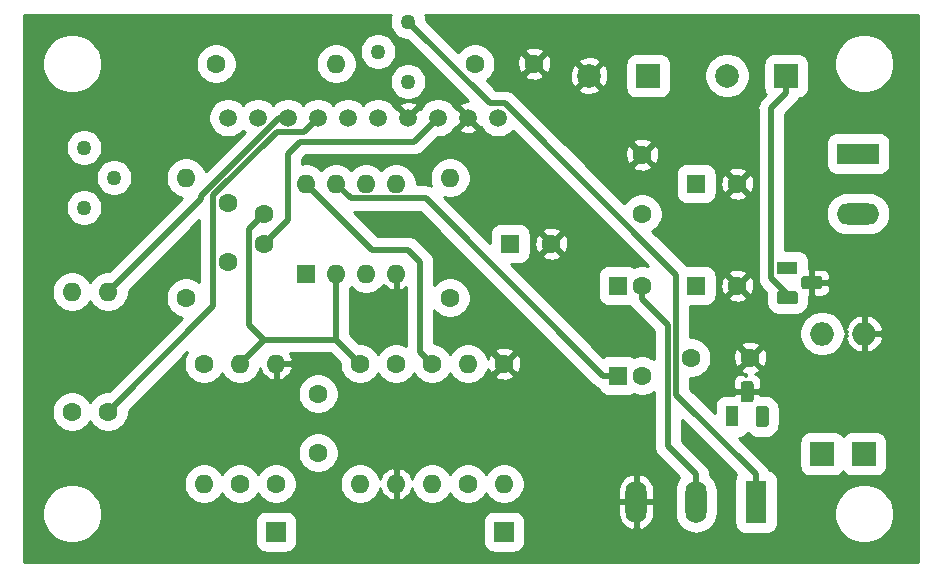
<source format=gbr>
%TF.GenerationSoftware,KiCad,Pcbnew,(5.1.5-0-10_14)*%
%TF.CreationDate,2020-09-13T21:22:06+01:00*%
%TF.ProjectId,SSFXPCB,53534658-5043-4422-9e6b-696361645f70,rev?*%
%TF.SameCoordinates,Original*%
%TF.FileFunction,Copper,L1,Top*%
%TF.FilePolarity,Positive*%
%FSLAX46Y46*%
G04 Gerber Fmt 4.6, Leading zero omitted, Abs format (unit mm)*
G04 Created by KiCad (PCBNEW (5.1.5-0-10_14)) date 2020-09-13 21:22:06*
%MOMM*%
%LPD*%
G04 APERTURE LIST*
%ADD10C,1.500000*%
%ADD11R,1.800000X3.600000*%
%ADD12O,1.800000X3.600000*%
%ADD13C,1.600000*%
%ADD14C,1.260000*%
%ADD15O,1.600000X1.600000*%
%ADD16R,1.600000X1.600000*%
%ADD17R,2.000000X2.000000*%
%ADD18O,2.000000X2.000000*%
%ADD19R,3.600000X1.800000*%
%ADD20O,3.600000X1.800000*%
%ADD21C,2.000000*%
%ADD22R,1.700000X1.700000*%
%ADD23C,0.100000*%
%ADD24R,1.800000X1.100000*%
%ADD25R,1.100000X1.800000*%
%ADD26C,0.500000*%
%ADD27C,0.254000*%
G04 APERTURE END LIST*
D10*
X117856000Y-109220000D03*
X120396000Y-109220000D03*
X122936000Y-109220000D03*
X125476000Y-109220000D03*
X140716000Y-109220000D03*
X138176000Y-109220000D03*
X135636000Y-109220000D03*
X133096000Y-109220000D03*
X130556000Y-109220000D03*
X128016000Y-109220000D03*
D11*
X162560000Y-141732000D03*
D12*
X157480000Y-141732000D03*
X152400000Y-141732000D03*
D13*
X152908000Y-112348000D03*
X152908000Y-117348000D03*
D14*
X105664000Y-111760000D03*
X108204000Y-114300000D03*
X105664000Y-116840000D03*
D15*
X135128000Y-140208000D03*
D13*
X135128000Y-130048000D03*
X160980000Y-123444000D03*
D16*
X157480000Y-123444000D03*
D13*
X160980000Y-114808000D03*
D16*
X157480000Y-114808000D03*
X141732000Y-119888000D03*
D13*
X145232000Y-119888000D03*
D17*
X168148000Y-137668000D03*
D18*
X168148000Y-127508000D03*
X171704000Y-127508000D03*
D17*
X171704000Y-137668000D03*
D15*
X138176000Y-130048000D03*
D13*
X138176000Y-140208000D03*
D15*
X104648000Y-123952000D03*
D13*
X104648000Y-134112000D03*
D19*
X171196000Y-112268000D03*
D20*
X171196000Y-117348000D03*
D16*
X124460000Y-122428000D03*
D15*
X132080000Y-114808000D03*
X127000000Y-122428000D03*
X129540000Y-114808000D03*
X129540000Y-122428000D03*
X127000000Y-114808000D03*
X132080000Y-122428000D03*
X124460000Y-114808000D03*
D14*
X133096000Y-106172000D03*
X130556000Y-103632000D03*
X133096000Y-101092000D03*
D13*
X125476000Y-132588000D03*
X125476000Y-137588000D03*
X138764000Y-104648000D03*
X143764000Y-104648000D03*
X117856000Y-121412000D03*
X117856000Y-116412000D03*
D16*
X150876000Y-131064000D03*
D13*
X152876000Y-131064000D03*
X152876000Y-123444000D03*
D16*
X150876000Y-123444000D03*
D13*
X157052000Y-129540000D03*
X162052000Y-129540000D03*
X121920000Y-140208000D03*
D15*
X121920000Y-130048000D03*
D13*
X129032000Y-130048000D03*
D15*
X129032000Y-140208000D03*
D13*
X118872000Y-140208000D03*
D15*
X118872000Y-130048000D03*
D13*
X115824000Y-130048000D03*
D15*
X115824000Y-140208000D03*
D13*
X114300000Y-124460000D03*
D15*
X114300000Y-114300000D03*
X136652000Y-114300000D03*
D13*
X136652000Y-124460000D03*
X107696000Y-134112000D03*
D15*
X107696000Y-123952000D03*
X127000000Y-104648000D03*
D13*
X116840000Y-104648000D03*
X141224000Y-130048000D03*
D15*
X141224000Y-140208000D03*
D13*
X132080000Y-130048000D03*
D15*
X132080000Y-140208000D03*
D21*
X160100000Y-105664000D03*
D17*
X165100000Y-105664000D03*
X153416000Y-105664000D03*
D21*
X148416000Y-105664000D03*
D22*
X121920000Y-144272000D03*
X141224000Y-144272000D03*
D13*
X120904000Y-119888000D03*
X120904000Y-117388000D03*
%TA.AperFunction,ComponentPad*%
D23*
G36*
X167929955Y-122641324D02*
G01*
X167956650Y-122645284D01*
X167982828Y-122651841D01*
X168008238Y-122660933D01*
X168032634Y-122672472D01*
X168055782Y-122686346D01*
X168077458Y-122702422D01*
X168097454Y-122720546D01*
X168115578Y-122740542D01*
X168131654Y-122762218D01*
X168145528Y-122785366D01*
X168157067Y-122809762D01*
X168166159Y-122835172D01*
X168172716Y-122861350D01*
X168176676Y-122888045D01*
X168178000Y-122915000D01*
X168178000Y-123465000D01*
X168176676Y-123491955D01*
X168172716Y-123518650D01*
X168166159Y-123544828D01*
X168157067Y-123570238D01*
X168145528Y-123594634D01*
X168131654Y-123617782D01*
X168115578Y-123639458D01*
X168097454Y-123659454D01*
X168077458Y-123677578D01*
X168055782Y-123693654D01*
X168032634Y-123707528D01*
X168008238Y-123719067D01*
X167982828Y-123728159D01*
X167956650Y-123734716D01*
X167929955Y-123738676D01*
X167903000Y-123740000D01*
X166653000Y-123740000D01*
X166626045Y-123738676D01*
X166599350Y-123734716D01*
X166573172Y-123728159D01*
X166547762Y-123719067D01*
X166523366Y-123707528D01*
X166500218Y-123693654D01*
X166478542Y-123677578D01*
X166458546Y-123659454D01*
X166440422Y-123639458D01*
X166424346Y-123617782D01*
X166410472Y-123594634D01*
X166398933Y-123570238D01*
X166389841Y-123544828D01*
X166383284Y-123518650D01*
X166379324Y-123491955D01*
X166378000Y-123465000D01*
X166378000Y-122915000D01*
X166379324Y-122888045D01*
X166383284Y-122861350D01*
X166389841Y-122835172D01*
X166398933Y-122809762D01*
X166410472Y-122785366D01*
X166424346Y-122762218D01*
X166440422Y-122740542D01*
X166458546Y-122720546D01*
X166478542Y-122702422D01*
X166500218Y-122686346D01*
X166523366Y-122672472D01*
X166547762Y-122660933D01*
X166573172Y-122651841D01*
X166599350Y-122645284D01*
X166626045Y-122641324D01*
X166653000Y-122640000D01*
X167903000Y-122640000D01*
X167929955Y-122641324D01*
G37*
%TD.AperFunction*%
%TA.AperFunction,ComponentPad*%
G36*
X165859955Y-123911324D02*
G01*
X165886650Y-123915284D01*
X165912828Y-123921841D01*
X165938238Y-123930933D01*
X165962634Y-123942472D01*
X165985782Y-123956346D01*
X166007458Y-123972422D01*
X166027454Y-123990546D01*
X166045578Y-124010542D01*
X166061654Y-124032218D01*
X166075528Y-124055366D01*
X166087067Y-124079762D01*
X166096159Y-124105172D01*
X166102716Y-124131350D01*
X166106676Y-124158045D01*
X166108000Y-124185000D01*
X166108000Y-124735000D01*
X166106676Y-124761955D01*
X166102716Y-124788650D01*
X166096159Y-124814828D01*
X166087067Y-124840238D01*
X166075528Y-124864634D01*
X166061654Y-124887782D01*
X166045578Y-124909458D01*
X166027454Y-124929454D01*
X166007458Y-124947578D01*
X165985782Y-124963654D01*
X165962634Y-124977528D01*
X165938238Y-124989067D01*
X165912828Y-124998159D01*
X165886650Y-125004716D01*
X165859955Y-125008676D01*
X165833000Y-125010000D01*
X164583000Y-125010000D01*
X164556045Y-125008676D01*
X164529350Y-125004716D01*
X164503172Y-124998159D01*
X164477762Y-124989067D01*
X164453366Y-124977528D01*
X164430218Y-124963654D01*
X164408542Y-124947578D01*
X164388546Y-124929454D01*
X164370422Y-124909458D01*
X164354346Y-124887782D01*
X164340472Y-124864634D01*
X164328933Y-124840238D01*
X164319841Y-124814828D01*
X164313284Y-124788650D01*
X164309324Y-124761955D01*
X164308000Y-124735000D01*
X164308000Y-124185000D01*
X164309324Y-124158045D01*
X164313284Y-124131350D01*
X164319841Y-124105172D01*
X164328933Y-124079762D01*
X164340472Y-124055366D01*
X164354346Y-124032218D01*
X164370422Y-124010542D01*
X164388546Y-123990546D01*
X164408542Y-123972422D01*
X164430218Y-123956346D01*
X164453366Y-123942472D01*
X164477762Y-123930933D01*
X164503172Y-123921841D01*
X164529350Y-123915284D01*
X164556045Y-123911324D01*
X164583000Y-123910000D01*
X165833000Y-123910000D01*
X165859955Y-123911324D01*
G37*
%TD.AperFunction*%
D24*
X165208000Y-121920000D03*
D25*
X160528000Y-134512000D03*
%TA.AperFunction,ComponentPad*%
D23*
G36*
X163369955Y-133613324D02*
G01*
X163396650Y-133617284D01*
X163422828Y-133623841D01*
X163448238Y-133632933D01*
X163472634Y-133644472D01*
X163495782Y-133658346D01*
X163517458Y-133674422D01*
X163537454Y-133692546D01*
X163555578Y-133712542D01*
X163571654Y-133734218D01*
X163585528Y-133757366D01*
X163597067Y-133781762D01*
X163606159Y-133807172D01*
X163612716Y-133833350D01*
X163616676Y-133860045D01*
X163618000Y-133887000D01*
X163618000Y-135137000D01*
X163616676Y-135163955D01*
X163612716Y-135190650D01*
X163606159Y-135216828D01*
X163597067Y-135242238D01*
X163585528Y-135266634D01*
X163571654Y-135289782D01*
X163555578Y-135311458D01*
X163537454Y-135331454D01*
X163517458Y-135349578D01*
X163495782Y-135365654D01*
X163472634Y-135379528D01*
X163448238Y-135391067D01*
X163422828Y-135400159D01*
X163396650Y-135406716D01*
X163369955Y-135410676D01*
X163343000Y-135412000D01*
X162793000Y-135412000D01*
X162766045Y-135410676D01*
X162739350Y-135406716D01*
X162713172Y-135400159D01*
X162687762Y-135391067D01*
X162663366Y-135379528D01*
X162640218Y-135365654D01*
X162618542Y-135349578D01*
X162598546Y-135331454D01*
X162580422Y-135311458D01*
X162564346Y-135289782D01*
X162550472Y-135266634D01*
X162538933Y-135242238D01*
X162529841Y-135216828D01*
X162523284Y-135190650D01*
X162519324Y-135163955D01*
X162518000Y-135137000D01*
X162518000Y-133887000D01*
X162519324Y-133860045D01*
X162523284Y-133833350D01*
X162529841Y-133807172D01*
X162538933Y-133781762D01*
X162550472Y-133757366D01*
X162564346Y-133734218D01*
X162580422Y-133712542D01*
X162598546Y-133692546D01*
X162618542Y-133674422D01*
X162640218Y-133658346D01*
X162663366Y-133644472D01*
X162687762Y-133632933D01*
X162713172Y-133623841D01*
X162739350Y-133617284D01*
X162766045Y-133613324D01*
X162793000Y-133612000D01*
X163343000Y-133612000D01*
X163369955Y-133613324D01*
G37*
%TD.AperFunction*%
%TA.AperFunction,ComponentPad*%
G36*
X162099955Y-131543324D02*
G01*
X162126650Y-131547284D01*
X162152828Y-131553841D01*
X162178238Y-131562933D01*
X162202634Y-131574472D01*
X162225782Y-131588346D01*
X162247458Y-131604422D01*
X162267454Y-131622546D01*
X162285578Y-131642542D01*
X162301654Y-131664218D01*
X162315528Y-131687366D01*
X162327067Y-131711762D01*
X162336159Y-131737172D01*
X162342716Y-131763350D01*
X162346676Y-131790045D01*
X162348000Y-131817000D01*
X162348000Y-133067000D01*
X162346676Y-133093955D01*
X162342716Y-133120650D01*
X162336159Y-133146828D01*
X162327067Y-133172238D01*
X162315528Y-133196634D01*
X162301654Y-133219782D01*
X162285578Y-133241458D01*
X162267454Y-133261454D01*
X162247458Y-133279578D01*
X162225782Y-133295654D01*
X162202634Y-133309528D01*
X162178238Y-133321067D01*
X162152828Y-133330159D01*
X162126650Y-133336716D01*
X162099955Y-133340676D01*
X162073000Y-133342000D01*
X161523000Y-133342000D01*
X161496045Y-133340676D01*
X161469350Y-133336716D01*
X161443172Y-133330159D01*
X161417762Y-133321067D01*
X161393366Y-133309528D01*
X161370218Y-133295654D01*
X161348542Y-133279578D01*
X161328546Y-133261454D01*
X161310422Y-133241458D01*
X161294346Y-133219782D01*
X161280472Y-133196634D01*
X161268933Y-133172238D01*
X161259841Y-133146828D01*
X161253284Y-133120650D01*
X161249324Y-133093955D01*
X161248000Y-133067000D01*
X161248000Y-131817000D01*
X161249324Y-131790045D01*
X161253284Y-131763350D01*
X161259841Y-131737172D01*
X161268933Y-131711762D01*
X161280472Y-131687366D01*
X161294346Y-131664218D01*
X161310422Y-131642542D01*
X161328546Y-131622546D01*
X161348542Y-131604422D01*
X161370218Y-131588346D01*
X161393366Y-131574472D01*
X161417762Y-131562933D01*
X161443172Y-131553841D01*
X161469350Y-131547284D01*
X161496045Y-131543324D01*
X161523000Y-131542000D01*
X162073000Y-131542000D01*
X162099955Y-131543324D01*
G37*
%TD.AperFunction*%
D26*
X149576000Y-131064000D02*
X150876000Y-131064000D01*
X134570001Y-116058001D02*
X149576000Y-131064000D01*
X128250001Y-116058001D02*
X134570001Y-116058001D01*
X127000000Y-114808000D02*
X128250001Y-116058001D01*
X165100000Y-107164000D02*
X165100000Y-105664000D01*
X163857999Y-108406001D02*
X165100000Y-107164000D01*
X163857999Y-122830001D02*
X163857999Y-108406001D01*
X165487998Y-124460000D02*
X163857999Y-122830001D01*
X165608000Y-124460000D02*
X165487998Y-124460000D01*
X124460000Y-114808000D02*
X130048000Y-120396000D01*
X130048000Y-120396000D02*
X133096000Y-120396000D01*
X133096000Y-120396000D02*
X134112000Y-121412000D01*
X134112000Y-129032000D02*
X135128000Y-130048000D01*
X134112000Y-121412000D02*
X134112000Y-129032000D01*
X118872000Y-130048000D02*
X120904000Y-128016000D01*
X127000000Y-128016000D02*
X129032000Y-130048000D01*
X120904000Y-128016000D02*
X127000000Y-128016000D01*
X127000000Y-122428000D02*
X127000000Y-128016000D01*
X119653999Y-118638001D02*
X120904000Y-117388000D01*
X119653999Y-126765999D02*
X119653999Y-118638001D01*
X120904000Y-128016000D02*
X119653999Y-126765999D01*
X122936000Y-117856000D02*
X122936000Y-112268000D01*
X120904000Y-119888000D02*
X122936000Y-117856000D01*
X122936000Y-112268000D02*
X123952000Y-111252000D01*
X133604000Y-111252000D02*
X135636000Y-109220000D01*
X123952000Y-111252000D02*
X133604000Y-111252000D01*
X124275999Y-110420001D02*
X125476000Y-109220000D01*
X121997997Y-110420001D02*
X124275999Y-110420001D01*
X116605999Y-115811999D02*
X121997997Y-110420001D01*
X116605999Y-125202001D02*
X116605999Y-115811999D01*
X107696000Y-134112000D02*
X116605999Y-125202001D01*
X122172002Y-109220000D02*
X122936000Y-109220000D01*
X115550001Y-115842001D02*
X122172002Y-109220000D01*
X115550001Y-116097999D02*
X115550001Y-115842001D01*
X107696000Y-123952000D02*
X115550001Y-116097999D01*
X157480000Y-139432000D02*
X157480000Y-141732000D01*
X155101989Y-137053989D02*
X157480000Y-139432000D01*
X155101989Y-126801359D02*
X155101989Y-137053989D01*
X152876000Y-124575370D02*
X155101989Y-126801359D01*
X152876000Y-123444000D02*
X152876000Y-124575370D01*
X162560000Y-139432000D02*
X162560000Y-141732000D01*
X155801999Y-132673999D02*
X162560000Y-139432000D01*
X155801999Y-122529997D02*
X155801999Y-132673999D01*
X141292001Y-108019999D02*
X155801999Y-122529997D01*
X140023999Y-108019999D02*
X141292001Y-108019999D01*
X133096000Y-101092000D02*
X140023999Y-108019999D01*
D27*
G36*
X131598834Y-100637840D02*
G01*
X131539000Y-100938649D01*
X131539000Y-101245351D01*
X131598834Y-101546160D01*
X131716204Y-101829516D01*
X131886599Y-102084530D01*
X132103470Y-102301401D01*
X132358484Y-102471796D01*
X132641840Y-102589166D01*
X132942649Y-102649000D01*
X132988472Y-102649000D01*
X138172856Y-107833384D01*
X138103508Y-107830188D01*
X137833762Y-107871035D01*
X137577168Y-107963723D01*
X137464137Y-108024140D01*
X137398612Y-108263007D01*
X138176000Y-109040395D01*
X138190143Y-109026253D01*
X138369748Y-109205858D01*
X138355605Y-109220000D01*
X139132993Y-109997388D01*
X139213667Y-109975258D01*
X139229862Y-110014357D01*
X139413389Y-110289025D01*
X139646975Y-110522611D01*
X139921643Y-110706138D01*
X140226837Y-110832554D01*
X140550830Y-110897000D01*
X140881170Y-110897000D01*
X141205163Y-110832554D01*
X141510357Y-110706138D01*
X141785025Y-110522611D01*
X141957555Y-110350081D01*
X153398686Y-121791213D01*
X153379747Y-121783368D01*
X153046095Y-121717000D01*
X152705905Y-121717000D01*
X152372253Y-121783368D01*
X152180761Y-121862687D01*
X152032464Y-121783420D01*
X151857724Y-121730413D01*
X151676000Y-121712515D01*
X150076000Y-121712515D01*
X149894276Y-121730413D01*
X149719536Y-121783420D01*
X149558495Y-121869499D01*
X149417341Y-121985341D01*
X149301499Y-122126495D01*
X149215420Y-122287536D01*
X149162413Y-122462276D01*
X149144515Y-122644000D01*
X149144515Y-124244000D01*
X149162413Y-124425724D01*
X149215420Y-124600464D01*
X149301499Y-124761505D01*
X149417341Y-124902659D01*
X149558495Y-125018501D01*
X149719536Y-125104580D01*
X149894276Y-125157587D01*
X150076000Y-125175485D01*
X151676000Y-125175485D01*
X151852872Y-125158065D01*
X151892627Y-125232440D01*
X152039710Y-125411661D01*
X152084618Y-125448516D01*
X153924989Y-127288889D01*
X153924989Y-129687868D01*
X153694041Y-129533553D01*
X153379747Y-129403368D01*
X153046095Y-129337000D01*
X152705905Y-129337000D01*
X152372253Y-129403368D01*
X152180761Y-129482687D01*
X152032464Y-129403420D01*
X151857724Y-129350413D01*
X151676000Y-129332515D01*
X150076000Y-129332515D01*
X149894276Y-129350413D01*
X149719536Y-129403420D01*
X149628571Y-129452042D01*
X141796013Y-121619485D01*
X142532000Y-121619485D01*
X142713724Y-121601587D01*
X142888464Y-121548580D01*
X143049505Y-121462501D01*
X143190659Y-121346659D01*
X143306501Y-121205505D01*
X143392580Y-121044464D01*
X143442256Y-120880702D01*
X144418903Y-120880702D01*
X144490486Y-121124671D01*
X144745996Y-121245571D01*
X145020184Y-121314300D01*
X145302512Y-121328217D01*
X145582130Y-121286787D01*
X145848292Y-121191603D01*
X145973514Y-121124671D01*
X146045097Y-120880702D01*
X145232000Y-120067605D01*
X144418903Y-120880702D01*
X143442256Y-120880702D01*
X143445587Y-120869724D01*
X143463485Y-120688000D01*
X143463485Y-119958512D01*
X143791783Y-119958512D01*
X143833213Y-120238130D01*
X143928397Y-120504292D01*
X143995329Y-120629514D01*
X144239298Y-120701097D01*
X145052395Y-119888000D01*
X145411605Y-119888000D01*
X146224702Y-120701097D01*
X146468671Y-120629514D01*
X146589571Y-120374004D01*
X146658300Y-120099816D01*
X146672217Y-119817488D01*
X146630787Y-119537870D01*
X146535603Y-119271708D01*
X146468671Y-119146486D01*
X146224702Y-119074903D01*
X145411605Y-119888000D01*
X145052395Y-119888000D01*
X144239298Y-119074903D01*
X143995329Y-119146486D01*
X143874429Y-119401996D01*
X143805700Y-119676184D01*
X143791783Y-119958512D01*
X143463485Y-119958512D01*
X143463485Y-119088000D01*
X143445587Y-118906276D01*
X143442257Y-118895298D01*
X144418903Y-118895298D01*
X145232000Y-119708395D01*
X146045097Y-118895298D01*
X145973514Y-118651329D01*
X145718004Y-118530429D01*
X145443816Y-118461700D01*
X145161488Y-118447783D01*
X144881870Y-118489213D01*
X144615708Y-118584397D01*
X144490486Y-118651329D01*
X144418903Y-118895298D01*
X143442257Y-118895298D01*
X143392580Y-118731536D01*
X143306501Y-118570495D01*
X143190659Y-118429341D01*
X143049505Y-118313499D01*
X142888464Y-118227420D01*
X142713724Y-118174413D01*
X142532000Y-118156515D01*
X140932000Y-118156515D01*
X140750276Y-118174413D01*
X140575536Y-118227420D01*
X140414495Y-118313499D01*
X140273341Y-118429341D01*
X140157499Y-118570495D01*
X140071420Y-118731536D01*
X140018413Y-118906276D01*
X140000515Y-119088000D01*
X140000515Y-119823987D01*
X136129316Y-115952788D01*
X136148253Y-115960632D01*
X136481905Y-116027000D01*
X136822095Y-116027000D01*
X137155747Y-115960632D01*
X137470041Y-115830447D01*
X137752898Y-115641448D01*
X137993448Y-115400898D01*
X138182447Y-115118041D01*
X138312632Y-114803747D01*
X138379000Y-114470095D01*
X138379000Y-114129905D01*
X138312632Y-113796253D01*
X138182447Y-113481959D01*
X137993448Y-113199102D01*
X137752898Y-112958552D01*
X137470041Y-112769553D01*
X137155747Y-112639368D01*
X136822095Y-112573000D01*
X136481905Y-112573000D01*
X136148253Y-112639368D01*
X135833959Y-112769553D01*
X135551102Y-112958552D01*
X135310552Y-113199102D01*
X135121553Y-113481959D01*
X134991368Y-113796253D01*
X134925000Y-114129905D01*
X134925000Y-114470095D01*
X134991368Y-114803747D01*
X135068452Y-114989843D01*
X135022598Y-114965334D01*
X134800733Y-114898032D01*
X134627813Y-114881001D01*
X134570001Y-114875307D01*
X134512189Y-114881001D01*
X133807000Y-114881001D01*
X133807000Y-114637905D01*
X133740632Y-114304253D01*
X133610447Y-113989959D01*
X133421448Y-113707102D01*
X133180898Y-113466552D01*
X132898041Y-113277553D01*
X132583747Y-113147368D01*
X132250095Y-113081000D01*
X131909905Y-113081000D01*
X131576253Y-113147368D01*
X131261959Y-113277553D01*
X130979102Y-113466552D01*
X130810000Y-113635654D01*
X130640898Y-113466552D01*
X130358041Y-113277553D01*
X130043747Y-113147368D01*
X129710095Y-113081000D01*
X129369905Y-113081000D01*
X129036253Y-113147368D01*
X128721959Y-113277553D01*
X128439102Y-113466552D01*
X128270000Y-113635654D01*
X128100898Y-113466552D01*
X127818041Y-113277553D01*
X127503747Y-113147368D01*
X127170095Y-113081000D01*
X126829905Y-113081000D01*
X126496253Y-113147368D01*
X126181959Y-113277553D01*
X125899102Y-113466552D01*
X125730000Y-113635654D01*
X125560898Y-113466552D01*
X125278041Y-113277553D01*
X124963747Y-113147368D01*
X124630095Y-113081000D01*
X124289905Y-113081000D01*
X124113000Y-113116189D01*
X124113000Y-112755528D01*
X124439529Y-112429000D01*
X133546188Y-112429000D01*
X133604000Y-112434694D01*
X133661812Y-112429000D01*
X133834732Y-112411969D01*
X134056597Y-112344667D01*
X134261070Y-112235374D01*
X134440291Y-112088291D01*
X134477151Y-112043377D01*
X135623529Y-110897000D01*
X135801170Y-110897000D01*
X136125163Y-110832554D01*
X136430357Y-110706138D01*
X136705025Y-110522611D01*
X136938611Y-110289025D01*
X137013468Y-110176993D01*
X137398612Y-110176993D01*
X137464137Y-110415860D01*
X137711116Y-110531760D01*
X137975960Y-110597250D01*
X138248492Y-110609812D01*
X138518238Y-110568965D01*
X138774832Y-110476277D01*
X138887863Y-110415860D01*
X138953388Y-110176993D01*
X138176000Y-109399605D01*
X137398612Y-110176993D01*
X137013468Y-110176993D01*
X137122138Y-110014357D01*
X137138333Y-109975258D01*
X137219007Y-109997388D01*
X137996395Y-109220000D01*
X137219007Y-108442612D01*
X137138333Y-108464742D01*
X137122138Y-108425643D01*
X136938611Y-108150975D01*
X136705025Y-107917389D01*
X136430357Y-107733862D01*
X136125163Y-107607446D01*
X135801170Y-107543000D01*
X135470830Y-107543000D01*
X135146837Y-107607446D01*
X134841643Y-107733862D01*
X134566975Y-107917389D01*
X134333389Y-108150975D01*
X134149862Y-108425643D01*
X134133667Y-108464742D01*
X134052993Y-108442612D01*
X133275605Y-109220000D01*
X133289748Y-109234143D01*
X133110143Y-109413748D01*
X133096000Y-109399605D01*
X133081858Y-109413748D01*
X132902253Y-109234143D01*
X132916395Y-109220000D01*
X132139007Y-108442612D01*
X132058333Y-108464742D01*
X132042138Y-108425643D01*
X131933469Y-108263007D01*
X132318612Y-108263007D01*
X133096000Y-109040395D01*
X133873388Y-108263007D01*
X133807863Y-108024140D01*
X133560884Y-107908240D01*
X133296040Y-107842750D01*
X133023508Y-107830188D01*
X132753762Y-107871035D01*
X132497168Y-107963723D01*
X132384137Y-108024140D01*
X132318612Y-108263007D01*
X131933469Y-108263007D01*
X131858611Y-108150975D01*
X131625025Y-107917389D01*
X131350357Y-107733862D01*
X131045163Y-107607446D01*
X130721170Y-107543000D01*
X130390830Y-107543000D01*
X130066837Y-107607446D01*
X129761643Y-107733862D01*
X129486975Y-107917389D01*
X129286000Y-108118364D01*
X129085025Y-107917389D01*
X128810357Y-107733862D01*
X128505163Y-107607446D01*
X128181170Y-107543000D01*
X127850830Y-107543000D01*
X127526837Y-107607446D01*
X127221643Y-107733862D01*
X126946975Y-107917389D01*
X126746000Y-108118364D01*
X126545025Y-107917389D01*
X126270357Y-107733862D01*
X125965163Y-107607446D01*
X125641170Y-107543000D01*
X125310830Y-107543000D01*
X124986837Y-107607446D01*
X124681643Y-107733862D01*
X124406975Y-107917389D01*
X124206000Y-108118364D01*
X124005025Y-107917389D01*
X123730357Y-107733862D01*
X123425163Y-107607446D01*
X123101170Y-107543000D01*
X122770830Y-107543000D01*
X122446837Y-107607446D01*
X122141643Y-107733862D01*
X121866975Y-107917389D01*
X121666000Y-108118364D01*
X121465025Y-107917389D01*
X121190357Y-107733862D01*
X120885163Y-107607446D01*
X120561170Y-107543000D01*
X120230830Y-107543000D01*
X119906837Y-107607446D01*
X119601643Y-107733862D01*
X119326975Y-107917389D01*
X119126000Y-108118364D01*
X118925025Y-107917389D01*
X118650357Y-107733862D01*
X118345163Y-107607446D01*
X118021170Y-107543000D01*
X117690830Y-107543000D01*
X117366837Y-107607446D01*
X117061643Y-107733862D01*
X116786975Y-107917389D01*
X116553389Y-108150975D01*
X116369862Y-108425643D01*
X116243446Y-108730837D01*
X116179000Y-109054830D01*
X116179000Y-109385170D01*
X116243446Y-109709163D01*
X116369862Y-110014357D01*
X116553389Y-110289025D01*
X116786975Y-110522611D01*
X117061643Y-110706138D01*
X117366837Y-110832554D01*
X117690830Y-110897000D01*
X118021170Y-110897000D01*
X118345163Y-110832554D01*
X118650357Y-110706138D01*
X118925025Y-110522611D01*
X119126000Y-110321636D01*
X119265918Y-110461554D01*
X115952018Y-113775456D01*
X115830447Y-113481959D01*
X115641448Y-113199102D01*
X115400898Y-112958552D01*
X115118041Y-112769553D01*
X114803747Y-112639368D01*
X114470095Y-112573000D01*
X114129905Y-112573000D01*
X113796253Y-112639368D01*
X113481959Y-112769553D01*
X113199102Y-112958552D01*
X112958552Y-113199102D01*
X112769553Y-113481959D01*
X112639368Y-113796253D01*
X112573000Y-114129905D01*
X112573000Y-114470095D01*
X112639368Y-114803747D01*
X112769553Y-115118041D01*
X112958552Y-115400898D01*
X113199102Y-115641448D01*
X113481959Y-115830447D01*
X113796253Y-115960632D01*
X113985245Y-115998225D01*
X107758472Y-122225000D01*
X107525905Y-122225000D01*
X107192253Y-122291368D01*
X106877959Y-122421553D01*
X106595102Y-122610552D01*
X106354552Y-122851102D01*
X106172000Y-123124310D01*
X105989448Y-122851102D01*
X105748898Y-122610552D01*
X105466041Y-122421553D01*
X105151747Y-122291368D01*
X104818095Y-122225000D01*
X104477905Y-122225000D01*
X104144253Y-122291368D01*
X103829959Y-122421553D01*
X103547102Y-122610552D01*
X103306552Y-122851102D01*
X103117553Y-123133959D01*
X102987368Y-123448253D01*
X102921000Y-123781905D01*
X102921000Y-124122095D01*
X102987368Y-124455747D01*
X103117553Y-124770041D01*
X103306552Y-125052898D01*
X103547102Y-125293448D01*
X103829959Y-125482447D01*
X104144253Y-125612632D01*
X104477905Y-125679000D01*
X104818095Y-125679000D01*
X105151747Y-125612632D01*
X105466041Y-125482447D01*
X105748898Y-125293448D01*
X105989448Y-125052898D01*
X106172000Y-124779690D01*
X106354552Y-125052898D01*
X106595102Y-125293448D01*
X106877959Y-125482447D01*
X107192253Y-125612632D01*
X107525905Y-125679000D01*
X107866095Y-125679000D01*
X108199747Y-125612632D01*
X108514041Y-125482447D01*
X108796898Y-125293448D01*
X109037448Y-125052898D01*
X109226447Y-124770041D01*
X109356632Y-124455747D01*
X109423000Y-124122095D01*
X109423000Y-123889528D01*
X115429000Y-117883530D01*
X115428999Y-123146653D01*
X115400898Y-123118552D01*
X115118041Y-122929553D01*
X114803747Y-122799368D01*
X114470095Y-122733000D01*
X114129905Y-122733000D01*
X113796253Y-122799368D01*
X113481959Y-122929553D01*
X113199102Y-123118552D01*
X112958552Y-123359102D01*
X112769553Y-123641959D01*
X112639368Y-123956253D01*
X112573000Y-124289905D01*
X112573000Y-124630095D01*
X112639368Y-124963747D01*
X112769553Y-125278041D01*
X112958552Y-125560898D01*
X113199102Y-125801448D01*
X113481959Y-125990447D01*
X113796253Y-126120632D01*
X113985246Y-126158225D01*
X107758472Y-132385000D01*
X107525905Y-132385000D01*
X107192253Y-132451368D01*
X106877959Y-132581553D01*
X106595102Y-132770552D01*
X106354552Y-133011102D01*
X106172000Y-133284310D01*
X105989448Y-133011102D01*
X105748898Y-132770552D01*
X105466041Y-132581553D01*
X105151747Y-132451368D01*
X104818095Y-132385000D01*
X104477905Y-132385000D01*
X104144253Y-132451368D01*
X103829959Y-132581553D01*
X103547102Y-132770552D01*
X103306552Y-133011102D01*
X103117553Y-133293959D01*
X102987368Y-133608253D01*
X102921000Y-133941905D01*
X102921000Y-134282095D01*
X102987368Y-134615747D01*
X103117553Y-134930041D01*
X103306552Y-135212898D01*
X103547102Y-135453448D01*
X103829959Y-135642447D01*
X104144253Y-135772632D01*
X104477905Y-135839000D01*
X104818095Y-135839000D01*
X105151747Y-135772632D01*
X105466041Y-135642447D01*
X105748898Y-135453448D01*
X105989448Y-135212898D01*
X106172000Y-134939690D01*
X106354552Y-135212898D01*
X106595102Y-135453448D01*
X106877959Y-135642447D01*
X107192253Y-135772632D01*
X107525905Y-135839000D01*
X107866095Y-135839000D01*
X108199747Y-135772632D01*
X108514041Y-135642447D01*
X108796898Y-135453448D01*
X109037448Y-135212898D01*
X109226447Y-134930041D01*
X109356632Y-134615747D01*
X109423000Y-134282095D01*
X109423000Y-134049528D01*
X111054623Y-132417905D01*
X123749000Y-132417905D01*
X123749000Y-132758095D01*
X123815368Y-133091747D01*
X123945553Y-133406041D01*
X124134552Y-133688898D01*
X124375102Y-133929448D01*
X124657959Y-134118447D01*
X124972253Y-134248632D01*
X125305905Y-134315000D01*
X125646095Y-134315000D01*
X125979747Y-134248632D01*
X126294041Y-134118447D01*
X126576898Y-133929448D01*
X126817448Y-133688898D01*
X127006447Y-133406041D01*
X127136632Y-133091747D01*
X127203000Y-132758095D01*
X127203000Y-132417905D01*
X127136632Y-132084253D01*
X127006447Y-131769959D01*
X126817448Y-131487102D01*
X126576898Y-131246552D01*
X126294041Y-131057553D01*
X125979747Y-130927368D01*
X125646095Y-130861000D01*
X125305905Y-130861000D01*
X124972253Y-130927368D01*
X124657959Y-131057553D01*
X124375102Y-131246552D01*
X124134552Y-131487102D01*
X123945553Y-131769959D01*
X123815368Y-132084253D01*
X123749000Y-132417905D01*
X111054623Y-132417905D01*
X114396217Y-129076312D01*
X114293553Y-129229959D01*
X114163368Y-129544253D01*
X114097000Y-129877905D01*
X114097000Y-130218095D01*
X114163368Y-130551747D01*
X114293553Y-130866041D01*
X114482552Y-131148898D01*
X114723102Y-131389448D01*
X115005959Y-131578447D01*
X115320253Y-131708632D01*
X115653905Y-131775000D01*
X115994095Y-131775000D01*
X116327747Y-131708632D01*
X116642041Y-131578447D01*
X116924898Y-131389448D01*
X117165448Y-131148898D01*
X117348000Y-130875690D01*
X117530552Y-131148898D01*
X117771102Y-131389448D01*
X118053959Y-131578447D01*
X118368253Y-131708632D01*
X118701905Y-131775000D01*
X119042095Y-131775000D01*
X119375747Y-131708632D01*
X119690041Y-131578447D01*
X119972898Y-131389448D01*
X120213448Y-131148898D01*
X120402447Y-130866041D01*
X120532632Y-130551747D01*
X120550794Y-130460440D01*
X120622930Y-130661881D01*
X120767615Y-130903131D01*
X120956586Y-131111519D01*
X121182580Y-131279037D01*
X121436913Y-131399246D01*
X121570961Y-131439904D01*
X121793000Y-131317915D01*
X121793000Y-130175000D01*
X122047000Y-130175000D01*
X122047000Y-131317915D01*
X122269039Y-131439904D01*
X122403087Y-131399246D01*
X122657420Y-131279037D01*
X122883414Y-131111519D01*
X123072385Y-130903131D01*
X123217070Y-130661881D01*
X123311909Y-130397040D01*
X123190624Y-130175000D01*
X122047000Y-130175000D01*
X121793000Y-130175000D01*
X121773000Y-130175000D01*
X121773000Y-129921000D01*
X121793000Y-129921000D01*
X121793000Y-129901000D01*
X122047000Y-129901000D01*
X122047000Y-129921000D01*
X123190624Y-129921000D01*
X123311909Y-129698960D01*
X123217070Y-129434119D01*
X123072464Y-129193000D01*
X126512472Y-129193000D01*
X127305000Y-129985529D01*
X127305000Y-130218095D01*
X127371368Y-130551747D01*
X127501553Y-130866041D01*
X127690552Y-131148898D01*
X127931102Y-131389448D01*
X128213959Y-131578447D01*
X128528253Y-131708632D01*
X128861905Y-131775000D01*
X129202095Y-131775000D01*
X129535747Y-131708632D01*
X129850041Y-131578447D01*
X130132898Y-131389448D01*
X130373448Y-131148898D01*
X130556000Y-130875690D01*
X130738552Y-131148898D01*
X130979102Y-131389448D01*
X131261959Y-131578447D01*
X131576253Y-131708632D01*
X131909905Y-131775000D01*
X132250095Y-131775000D01*
X132583747Y-131708632D01*
X132898041Y-131578447D01*
X133180898Y-131389448D01*
X133421448Y-131148898D01*
X133604000Y-130875690D01*
X133786552Y-131148898D01*
X134027102Y-131389448D01*
X134309959Y-131578447D01*
X134624253Y-131708632D01*
X134957905Y-131775000D01*
X135298095Y-131775000D01*
X135631747Y-131708632D01*
X135946041Y-131578447D01*
X136228898Y-131389448D01*
X136469448Y-131148898D01*
X136652000Y-130875690D01*
X136834552Y-131148898D01*
X137075102Y-131389448D01*
X137357959Y-131578447D01*
X137672253Y-131708632D01*
X138005905Y-131775000D01*
X138346095Y-131775000D01*
X138679747Y-131708632D01*
X138994041Y-131578447D01*
X139276898Y-131389448D01*
X139517448Y-131148898D01*
X139589742Y-131040702D01*
X140410903Y-131040702D01*
X140482486Y-131284671D01*
X140737996Y-131405571D01*
X141012184Y-131474300D01*
X141294512Y-131488217D01*
X141574130Y-131446787D01*
X141840292Y-131351603D01*
X141965514Y-131284671D01*
X142037097Y-131040702D01*
X141224000Y-130227605D01*
X140410903Y-131040702D01*
X139589742Y-131040702D01*
X139706447Y-130866041D01*
X139836632Y-130551747D01*
X139852186Y-130473554D01*
X139920397Y-130664292D01*
X139987329Y-130789514D01*
X140231298Y-130861097D01*
X141044395Y-130048000D01*
X141403605Y-130048000D01*
X142216702Y-130861097D01*
X142460671Y-130789514D01*
X142581571Y-130534004D01*
X142650300Y-130259816D01*
X142664217Y-129977488D01*
X142622787Y-129697870D01*
X142527603Y-129431708D01*
X142460671Y-129306486D01*
X142216702Y-129234903D01*
X141403605Y-130048000D01*
X141044395Y-130048000D01*
X140231298Y-129234903D01*
X139987329Y-129306486D01*
X139866429Y-129561996D01*
X139851783Y-129620423D01*
X139836632Y-129544253D01*
X139706447Y-129229959D01*
X139589743Y-129055298D01*
X140410903Y-129055298D01*
X141224000Y-129868395D01*
X142037097Y-129055298D01*
X141965514Y-128811329D01*
X141710004Y-128690429D01*
X141435816Y-128621700D01*
X141153488Y-128607783D01*
X140873870Y-128649213D01*
X140607708Y-128744397D01*
X140482486Y-128811329D01*
X140410903Y-129055298D01*
X139589743Y-129055298D01*
X139517448Y-128947102D01*
X139276898Y-128706552D01*
X138994041Y-128517553D01*
X138679747Y-128387368D01*
X138346095Y-128321000D01*
X138005905Y-128321000D01*
X137672253Y-128387368D01*
X137357959Y-128517553D01*
X137075102Y-128706552D01*
X136834552Y-128947102D01*
X136652000Y-129220310D01*
X136469448Y-128947102D01*
X136228898Y-128706552D01*
X135946041Y-128517553D01*
X135631747Y-128387368D01*
X135298095Y-128321000D01*
X135289000Y-128321000D01*
X135289000Y-125528643D01*
X135310552Y-125560898D01*
X135551102Y-125801448D01*
X135833959Y-125990447D01*
X136148253Y-126120632D01*
X136481905Y-126187000D01*
X136822095Y-126187000D01*
X137155747Y-126120632D01*
X137470041Y-125990447D01*
X137752898Y-125801448D01*
X137993448Y-125560898D01*
X138182447Y-125278041D01*
X138312632Y-124963747D01*
X138379000Y-124630095D01*
X138379000Y-124289905D01*
X138312632Y-123956253D01*
X138182447Y-123641959D01*
X137993448Y-123359102D01*
X137752898Y-123118552D01*
X137470041Y-122929553D01*
X137155747Y-122799368D01*
X136822095Y-122733000D01*
X136481905Y-122733000D01*
X136148253Y-122799368D01*
X135833959Y-122929553D01*
X135551102Y-123118552D01*
X135310552Y-123359102D01*
X135289000Y-123391357D01*
X135289000Y-121469812D01*
X135294694Y-121412000D01*
X135271969Y-121181268D01*
X135204667Y-120959403D01*
X135095374Y-120754930D01*
X134948291Y-120575709D01*
X134903383Y-120538854D01*
X133969151Y-119604623D01*
X133932291Y-119559709D01*
X133753070Y-119412626D01*
X133548597Y-119303333D01*
X133326732Y-119236031D01*
X133153812Y-119219000D01*
X133096000Y-119213306D01*
X133038188Y-119219000D01*
X130535529Y-119219000D01*
X128551530Y-117235001D01*
X134082473Y-117235001D01*
X148702854Y-131855383D01*
X148739709Y-131900291D01*
X148918930Y-132047374D01*
X149123403Y-132156667D01*
X149203432Y-132180943D01*
X149215420Y-132220464D01*
X149301499Y-132381505D01*
X149417341Y-132522659D01*
X149558495Y-132638501D01*
X149719536Y-132724580D01*
X149894276Y-132777587D01*
X150076000Y-132795485D01*
X151676000Y-132795485D01*
X151857724Y-132777587D01*
X152032464Y-132724580D01*
X152180761Y-132645313D01*
X152372253Y-132724632D01*
X152705905Y-132791000D01*
X153046095Y-132791000D01*
X153379747Y-132724632D01*
X153694041Y-132594447D01*
X153924990Y-132440132D01*
X153924990Y-136996167D01*
X153919295Y-137053989D01*
X153942020Y-137284720D01*
X153982422Y-137417905D01*
X154009323Y-137506586D01*
X154118616Y-137711059D01*
X154265699Y-137890280D01*
X154310607Y-137927135D01*
X156062628Y-139679157D01*
X155953556Y-139812062D01*
X155783906Y-140129454D01*
X155679436Y-140473845D01*
X155653000Y-140742245D01*
X155653000Y-142721754D01*
X155679435Y-142990154D01*
X155783905Y-143334545D01*
X155953555Y-143651937D01*
X156181865Y-143930135D01*
X156460062Y-144158445D01*
X156777454Y-144328095D01*
X157121845Y-144432565D01*
X157480000Y-144467840D01*
X157838154Y-144432565D01*
X158182545Y-144328095D01*
X158499937Y-144158445D01*
X158778135Y-143930135D01*
X159006445Y-143651938D01*
X159176095Y-143334546D01*
X159280565Y-142990155D01*
X159307000Y-142721755D01*
X159307000Y-140742245D01*
X159280565Y-140473845D01*
X159176095Y-140129454D01*
X159006445Y-139812062D01*
X158778135Y-139533865D01*
X158662044Y-139438591D01*
X158662693Y-139431999D01*
X158657000Y-139374197D01*
X158657000Y-139374188D01*
X158639969Y-139201268D01*
X158572667Y-138979403D01*
X158463374Y-138774930D01*
X158316291Y-138595709D01*
X158271384Y-138558855D01*
X156278989Y-136566461D01*
X156278989Y-134815517D01*
X160882875Y-139419405D01*
X160799420Y-139575536D01*
X160746413Y-139750276D01*
X160728515Y-139932000D01*
X160728515Y-143532000D01*
X160746413Y-143713724D01*
X160799420Y-143888464D01*
X160885499Y-144049505D01*
X161001341Y-144190659D01*
X161142495Y-144306501D01*
X161303536Y-144392580D01*
X161478276Y-144445587D01*
X161660000Y-144463485D01*
X163460000Y-144463485D01*
X163641724Y-144445587D01*
X163816464Y-144392580D01*
X163977505Y-144306501D01*
X164118659Y-144190659D01*
X164234501Y-144049505D01*
X164320580Y-143888464D01*
X164373587Y-143713724D01*
X164391485Y-143532000D01*
X164391485Y-142499112D01*
X169177000Y-142499112D01*
X169177000Y-142996888D01*
X169274111Y-143485099D01*
X169464602Y-143944983D01*
X169741151Y-144358869D01*
X170093131Y-144710849D01*
X170507017Y-144987398D01*
X170966901Y-145177889D01*
X171455112Y-145275000D01*
X171952888Y-145275000D01*
X172441099Y-145177889D01*
X172900983Y-144987398D01*
X173314869Y-144710849D01*
X173666849Y-144358869D01*
X173943398Y-143944983D01*
X174133889Y-143485099D01*
X174231000Y-142996888D01*
X174231000Y-142499112D01*
X174133889Y-142010901D01*
X173943398Y-141551017D01*
X173666849Y-141137131D01*
X173314869Y-140785151D01*
X172900983Y-140508602D01*
X172441099Y-140318111D01*
X171952888Y-140221000D01*
X171455112Y-140221000D01*
X170966901Y-140318111D01*
X170507017Y-140508602D01*
X170093131Y-140785151D01*
X169741151Y-141137131D01*
X169464602Y-141551017D01*
X169274111Y-142010901D01*
X169177000Y-142499112D01*
X164391485Y-142499112D01*
X164391485Y-139932000D01*
X164373587Y-139750276D01*
X164320580Y-139575536D01*
X164234501Y-139414495D01*
X164118659Y-139273341D01*
X163977505Y-139157499D01*
X163816464Y-139071420D01*
X163666809Y-139026022D01*
X163652667Y-138979403D01*
X163543374Y-138774930D01*
X163543373Y-138774929D01*
X163433144Y-138640614D01*
X163433142Y-138640612D01*
X163396291Y-138595709D01*
X163351389Y-138558859D01*
X161460530Y-136668000D01*
X166216515Y-136668000D01*
X166216515Y-138668000D01*
X166234413Y-138849724D01*
X166287420Y-139024464D01*
X166373499Y-139185505D01*
X166489341Y-139326659D01*
X166630495Y-139442501D01*
X166791536Y-139528580D01*
X166966276Y-139581587D01*
X167148000Y-139599485D01*
X169148000Y-139599485D01*
X169329724Y-139581587D01*
X169504464Y-139528580D01*
X169665505Y-139442501D01*
X169806659Y-139326659D01*
X169922501Y-139185505D01*
X169926000Y-139178959D01*
X169929499Y-139185505D01*
X170045341Y-139326659D01*
X170186495Y-139442501D01*
X170347536Y-139528580D01*
X170522276Y-139581587D01*
X170704000Y-139599485D01*
X172704000Y-139599485D01*
X172885724Y-139581587D01*
X173060464Y-139528580D01*
X173221505Y-139442501D01*
X173362659Y-139326659D01*
X173478501Y-139185505D01*
X173564580Y-139024464D01*
X173617587Y-138849724D01*
X173635485Y-138668000D01*
X173635485Y-136668000D01*
X173617587Y-136486276D01*
X173564580Y-136311536D01*
X173478501Y-136150495D01*
X173362659Y-136009341D01*
X173221505Y-135893499D01*
X173060464Y-135807420D01*
X172885724Y-135754413D01*
X172704000Y-135736515D01*
X170704000Y-135736515D01*
X170522276Y-135754413D01*
X170347536Y-135807420D01*
X170186495Y-135893499D01*
X170045341Y-136009341D01*
X169929499Y-136150495D01*
X169926000Y-136157041D01*
X169922501Y-136150495D01*
X169806659Y-136009341D01*
X169665505Y-135893499D01*
X169504464Y-135807420D01*
X169329724Y-135754413D01*
X169148000Y-135736515D01*
X167148000Y-135736515D01*
X166966276Y-135754413D01*
X166791536Y-135807420D01*
X166630495Y-135893499D01*
X166489341Y-136009341D01*
X166373499Y-136150495D01*
X166287420Y-136311536D01*
X166234413Y-136486276D01*
X166216515Y-136668000D01*
X161460530Y-136668000D01*
X161130813Y-136338283D01*
X161259724Y-136325587D01*
X161434464Y-136272580D01*
X161595505Y-136186501D01*
X161736659Y-136070659D01*
X161852501Y-135929505D01*
X161867349Y-135901727D01*
X161939886Y-135990114D01*
X162122713Y-136140156D01*
X162331298Y-136251647D01*
X162557626Y-136320303D01*
X162793000Y-136343485D01*
X163343000Y-136343485D01*
X163578374Y-136320303D01*
X163804702Y-136251647D01*
X164013287Y-136140156D01*
X164196114Y-135990114D01*
X164346156Y-135807287D01*
X164457647Y-135598702D01*
X164526303Y-135372374D01*
X164549485Y-135137000D01*
X164549485Y-133887000D01*
X164526303Y-133651626D01*
X164457647Y-133425298D01*
X164346156Y-133216713D01*
X164196114Y-133033886D01*
X164013287Y-132883844D01*
X163804702Y-132772353D01*
X163578374Y-132703697D01*
X163343000Y-132680515D01*
X162935765Y-132680515D01*
X162824250Y-132569000D01*
X161925000Y-132569000D01*
X161925000Y-132589000D01*
X161671000Y-132589000D01*
X161671000Y-132569000D01*
X160771750Y-132569000D01*
X160660235Y-132680515D01*
X159978000Y-132680515D01*
X159796276Y-132698413D01*
X159621536Y-132751420D01*
X159460495Y-132837499D01*
X159319341Y-132953341D01*
X159203499Y-133094495D01*
X159117420Y-133255536D01*
X159064413Y-133430276D01*
X159046515Y-133612000D01*
X159046515Y-134253986D01*
X156978999Y-132186471D01*
X156978999Y-131542000D01*
X160609928Y-131542000D01*
X160613000Y-132156250D01*
X160771750Y-132315000D01*
X161671000Y-132315000D01*
X161671000Y-132295000D01*
X161925000Y-132295000D01*
X161925000Y-132315000D01*
X162824250Y-132315000D01*
X162983000Y-132156250D01*
X162986072Y-131542000D01*
X162973812Y-131417518D01*
X162937502Y-131297820D01*
X162878537Y-131187506D01*
X162799185Y-131090815D01*
X162702494Y-131011463D01*
X162592180Y-130952498D01*
X162472482Y-130916188D01*
X162466869Y-130915635D01*
X162668292Y-130843603D01*
X162793514Y-130776671D01*
X162865097Y-130532702D01*
X162052000Y-129719605D01*
X161238903Y-130532702D01*
X161310486Y-130776671D01*
X161565996Y-130897571D01*
X161670998Y-130923891D01*
X161670998Y-131065748D01*
X161512250Y-130907000D01*
X161248000Y-130903928D01*
X161123518Y-130916188D01*
X161003820Y-130952498D01*
X160893506Y-131011463D01*
X160796815Y-131090815D01*
X160717463Y-131187506D01*
X160658498Y-131297820D01*
X160622188Y-131417518D01*
X160609928Y-131542000D01*
X156978999Y-131542000D01*
X156978999Y-131267000D01*
X157222095Y-131267000D01*
X157555747Y-131200632D01*
X157870041Y-131070447D01*
X158152898Y-130881448D01*
X158393448Y-130640898D01*
X158582447Y-130358041D01*
X158712632Y-130043747D01*
X158779000Y-129710095D01*
X158779000Y-129610512D01*
X160611783Y-129610512D01*
X160653213Y-129890130D01*
X160748397Y-130156292D01*
X160815329Y-130281514D01*
X161059298Y-130353097D01*
X161872395Y-129540000D01*
X162231605Y-129540000D01*
X163044702Y-130353097D01*
X163288671Y-130281514D01*
X163409571Y-130026004D01*
X163478300Y-129751816D01*
X163492217Y-129469488D01*
X163450787Y-129189870D01*
X163355603Y-128923708D01*
X163288671Y-128798486D01*
X163044702Y-128726903D01*
X162231605Y-129540000D01*
X161872395Y-129540000D01*
X161059298Y-128726903D01*
X160815329Y-128798486D01*
X160694429Y-129053996D01*
X160625700Y-129328184D01*
X160611783Y-129610512D01*
X158779000Y-129610512D01*
X158779000Y-129369905D01*
X158712632Y-129036253D01*
X158582447Y-128721959D01*
X158465743Y-128547298D01*
X161238903Y-128547298D01*
X162052000Y-129360395D01*
X162865097Y-128547298D01*
X162793514Y-128303329D01*
X162538004Y-128182429D01*
X162263816Y-128113700D01*
X161981488Y-128099783D01*
X161701870Y-128141213D01*
X161435708Y-128236397D01*
X161310486Y-128303329D01*
X161238903Y-128547298D01*
X158465743Y-128547298D01*
X158393448Y-128439102D01*
X158152898Y-128198552D01*
X157870041Y-128009553D01*
X157555747Y-127879368D01*
X157222095Y-127813000D01*
X156978999Y-127813000D01*
X156978999Y-127318207D01*
X166221000Y-127318207D01*
X166221000Y-127697793D01*
X166295053Y-128070085D01*
X166440315Y-128420777D01*
X166651201Y-128736391D01*
X166919609Y-129004799D01*
X167235223Y-129215685D01*
X167585915Y-129360947D01*
X167958207Y-129435000D01*
X168337793Y-129435000D01*
X168710085Y-129360947D01*
X169060777Y-129215685D01*
X169376391Y-129004799D01*
X169644799Y-128736391D01*
X169855685Y-128420777D01*
X170000947Y-128070085D01*
X170075000Y-127697793D01*
X170075000Y-127635002D01*
X170232684Y-127635002D01*
X170113871Y-127888435D01*
X170218644Y-128191344D01*
X170380499Y-128467992D01*
X170593215Y-128707748D01*
X170848618Y-128901399D01*
X171136893Y-129041502D01*
X171323566Y-129098124D01*
X171577000Y-128978777D01*
X171577000Y-127635000D01*
X171831000Y-127635000D01*
X171831000Y-128978777D01*
X172084434Y-129098124D01*
X172271107Y-129041502D01*
X172559382Y-128901399D01*
X172814785Y-128707748D01*
X173027501Y-128467992D01*
X173189356Y-128191344D01*
X173294129Y-127888435D01*
X173175315Y-127635000D01*
X171831000Y-127635000D01*
X171577000Y-127635000D01*
X171557000Y-127635000D01*
X171557000Y-127381000D01*
X171577000Y-127381000D01*
X171577000Y-126037223D01*
X171831000Y-126037223D01*
X171831000Y-127381000D01*
X173175315Y-127381000D01*
X173294129Y-127127565D01*
X173189356Y-126824656D01*
X173027501Y-126548008D01*
X172814785Y-126308252D01*
X172559382Y-126114601D01*
X172271107Y-125974498D01*
X172084434Y-125917876D01*
X171831000Y-126037223D01*
X171577000Y-126037223D01*
X171323566Y-125917876D01*
X171136893Y-125974498D01*
X170848618Y-126114601D01*
X170593215Y-126308252D01*
X170380499Y-126548008D01*
X170218644Y-126824656D01*
X170113871Y-127127565D01*
X170232684Y-127380998D01*
X170075000Y-127380998D01*
X170075000Y-127318207D01*
X170000947Y-126945915D01*
X169855685Y-126595223D01*
X169644799Y-126279609D01*
X169376391Y-126011201D01*
X169060777Y-125800315D01*
X168710085Y-125655053D01*
X168337793Y-125581000D01*
X167958207Y-125581000D01*
X167585915Y-125655053D01*
X167235223Y-125800315D01*
X166919609Y-126011201D01*
X166651201Y-126279609D01*
X166440315Y-126595223D01*
X166295053Y-126945915D01*
X166221000Y-127318207D01*
X156978999Y-127318207D01*
X156978999Y-125175485D01*
X158280000Y-125175485D01*
X158461724Y-125157587D01*
X158636464Y-125104580D01*
X158797505Y-125018501D01*
X158938659Y-124902659D01*
X159054501Y-124761505D01*
X159140580Y-124600464D01*
X159190256Y-124436702D01*
X160166903Y-124436702D01*
X160238486Y-124680671D01*
X160493996Y-124801571D01*
X160768184Y-124870300D01*
X161050512Y-124884217D01*
X161330130Y-124842787D01*
X161596292Y-124747603D01*
X161721514Y-124680671D01*
X161793097Y-124436702D01*
X160980000Y-123623605D01*
X160166903Y-124436702D01*
X159190256Y-124436702D01*
X159193587Y-124425724D01*
X159211485Y-124244000D01*
X159211485Y-123514512D01*
X159539783Y-123514512D01*
X159581213Y-123794130D01*
X159676397Y-124060292D01*
X159743329Y-124185514D01*
X159987298Y-124257097D01*
X160800395Y-123444000D01*
X161159605Y-123444000D01*
X161972702Y-124257097D01*
X162216671Y-124185514D01*
X162337571Y-123930004D01*
X162406300Y-123655816D01*
X162420217Y-123373488D01*
X162378787Y-123093870D01*
X162283603Y-122827708D01*
X162216671Y-122702486D01*
X161972702Y-122630903D01*
X161159605Y-123444000D01*
X160800395Y-123444000D01*
X159987298Y-122630903D01*
X159743329Y-122702486D01*
X159622429Y-122957996D01*
X159553700Y-123232184D01*
X159539783Y-123514512D01*
X159211485Y-123514512D01*
X159211485Y-122644000D01*
X159193587Y-122462276D01*
X159190257Y-122451298D01*
X160166903Y-122451298D01*
X160980000Y-123264395D01*
X161793097Y-122451298D01*
X161721514Y-122207329D01*
X161466004Y-122086429D01*
X161191816Y-122017700D01*
X160909488Y-122003783D01*
X160629870Y-122045213D01*
X160363708Y-122140397D01*
X160238486Y-122207329D01*
X160166903Y-122451298D01*
X159190257Y-122451298D01*
X159140580Y-122287536D01*
X159054501Y-122126495D01*
X158938659Y-121985341D01*
X158797505Y-121869499D01*
X158636464Y-121783420D01*
X158461724Y-121730413D01*
X158280000Y-121712515D01*
X156680000Y-121712515D01*
X156655691Y-121714909D01*
X156638290Y-121693706D01*
X156593383Y-121656852D01*
X153779355Y-118842824D01*
X154008898Y-118689448D01*
X154249448Y-118448898D01*
X154438447Y-118166041D01*
X154568632Y-117851747D01*
X154635000Y-117518095D01*
X154635000Y-117177905D01*
X154568632Y-116844253D01*
X154438447Y-116529959D01*
X154249448Y-116247102D01*
X154008898Y-116006552D01*
X153726041Y-115817553D01*
X153411747Y-115687368D01*
X153078095Y-115621000D01*
X152737905Y-115621000D01*
X152404253Y-115687368D01*
X152089959Y-115817553D01*
X151807102Y-116006552D01*
X151566552Y-116247102D01*
X151413176Y-116476645D01*
X148944531Y-114008000D01*
X155748515Y-114008000D01*
X155748515Y-115608000D01*
X155766413Y-115789724D01*
X155819420Y-115964464D01*
X155905499Y-116125505D01*
X156021341Y-116266659D01*
X156162495Y-116382501D01*
X156323536Y-116468580D01*
X156498276Y-116521587D01*
X156680000Y-116539485D01*
X158280000Y-116539485D01*
X158461724Y-116521587D01*
X158636464Y-116468580D01*
X158797505Y-116382501D01*
X158938659Y-116266659D01*
X159054501Y-116125505D01*
X159140580Y-115964464D01*
X159190256Y-115800702D01*
X160166903Y-115800702D01*
X160238486Y-116044671D01*
X160493996Y-116165571D01*
X160768184Y-116234300D01*
X161050512Y-116248217D01*
X161330130Y-116206787D01*
X161596292Y-116111603D01*
X161721514Y-116044671D01*
X161793097Y-115800702D01*
X160980000Y-114987605D01*
X160166903Y-115800702D01*
X159190256Y-115800702D01*
X159193587Y-115789724D01*
X159211485Y-115608000D01*
X159211485Y-114878512D01*
X159539783Y-114878512D01*
X159581213Y-115158130D01*
X159676397Y-115424292D01*
X159743329Y-115549514D01*
X159987298Y-115621097D01*
X160800395Y-114808000D01*
X161159605Y-114808000D01*
X161972702Y-115621097D01*
X162216671Y-115549514D01*
X162337571Y-115294004D01*
X162406300Y-115019816D01*
X162420217Y-114737488D01*
X162378787Y-114457870D01*
X162283603Y-114191708D01*
X162216671Y-114066486D01*
X161972702Y-113994903D01*
X161159605Y-114808000D01*
X160800395Y-114808000D01*
X159987298Y-113994903D01*
X159743329Y-114066486D01*
X159622429Y-114321996D01*
X159553700Y-114596184D01*
X159539783Y-114878512D01*
X159211485Y-114878512D01*
X159211485Y-114008000D01*
X159193587Y-113826276D01*
X159190257Y-113815298D01*
X160166903Y-113815298D01*
X160980000Y-114628395D01*
X161793097Y-113815298D01*
X161721514Y-113571329D01*
X161466004Y-113450429D01*
X161191816Y-113381700D01*
X160909488Y-113367783D01*
X160629870Y-113409213D01*
X160363708Y-113504397D01*
X160238486Y-113571329D01*
X160166903Y-113815298D01*
X159190257Y-113815298D01*
X159140580Y-113651536D01*
X159054501Y-113490495D01*
X158938659Y-113349341D01*
X158797505Y-113233499D01*
X158636464Y-113147420D01*
X158461724Y-113094413D01*
X158280000Y-113076515D01*
X156680000Y-113076515D01*
X156498276Y-113094413D01*
X156323536Y-113147420D01*
X156162495Y-113233499D01*
X156021341Y-113349341D01*
X155905499Y-113490495D01*
X155819420Y-113651536D01*
X155766413Y-113826276D01*
X155748515Y-114008000D01*
X148944531Y-114008000D01*
X148277233Y-113340702D01*
X152094903Y-113340702D01*
X152166486Y-113584671D01*
X152421996Y-113705571D01*
X152696184Y-113774300D01*
X152978512Y-113788217D01*
X153258130Y-113746787D01*
X153524292Y-113651603D01*
X153649514Y-113584671D01*
X153721097Y-113340702D01*
X152908000Y-112527605D01*
X152094903Y-113340702D01*
X148277233Y-113340702D01*
X147355043Y-112418512D01*
X151467783Y-112418512D01*
X151509213Y-112698130D01*
X151604397Y-112964292D01*
X151671329Y-113089514D01*
X151915298Y-113161097D01*
X152728395Y-112348000D01*
X153087605Y-112348000D01*
X153900702Y-113161097D01*
X154144671Y-113089514D01*
X154265571Y-112834004D01*
X154334300Y-112559816D01*
X154348217Y-112277488D01*
X154306787Y-111997870D01*
X154211603Y-111731708D01*
X154144671Y-111606486D01*
X153900702Y-111534903D01*
X153087605Y-112348000D01*
X152728395Y-112348000D01*
X151915298Y-111534903D01*
X151671329Y-111606486D01*
X151550429Y-111861996D01*
X151481700Y-112136184D01*
X151467783Y-112418512D01*
X147355043Y-112418512D01*
X146291829Y-111355298D01*
X152094903Y-111355298D01*
X152908000Y-112168395D01*
X153721097Y-111355298D01*
X153649514Y-111111329D01*
X153394004Y-110990429D01*
X153119816Y-110921700D01*
X152837488Y-110907783D01*
X152557870Y-110949213D01*
X152291708Y-111044397D01*
X152166486Y-111111329D01*
X152094903Y-111355298D01*
X146291829Y-111355298D01*
X143342532Y-108406001D01*
X162675305Y-108406001D01*
X162681000Y-108463823D01*
X162680999Y-122772189D01*
X162675305Y-122830001D01*
X162680999Y-122887812D01*
X162698030Y-123060732D01*
X162765332Y-123282597D01*
X162874625Y-123487070D01*
X163021708Y-123666292D01*
X163066621Y-123703152D01*
X163391932Y-124028463D01*
X163376515Y-124185000D01*
X163376515Y-124735000D01*
X163399697Y-124970374D01*
X163468353Y-125196702D01*
X163579844Y-125405287D01*
X163729886Y-125588114D01*
X163912713Y-125738156D01*
X164121298Y-125849647D01*
X164347626Y-125918303D01*
X164583000Y-125941485D01*
X165833000Y-125941485D01*
X166068374Y-125918303D01*
X166294702Y-125849647D01*
X166503287Y-125738156D01*
X166686114Y-125588114D01*
X166836156Y-125405287D01*
X166947647Y-125196702D01*
X167016303Y-124970374D01*
X167039485Y-124735000D01*
X167039485Y-124327765D01*
X167151000Y-124216250D01*
X167151000Y-123317000D01*
X167405000Y-123317000D01*
X167405000Y-124216250D01*
X167563750Y-124375000D01*
X168178000Y-124378072D01*
X168302482Y-124365812D01*
X168422180Y-124329502D01*
X168532494Y-124270537D01*
X168629185Y-124191185D01*
X168708537Y-124094494D01*
X168767502Y-123984180D01*
X168803812Y-123864482D01*
X168816072Y-123740000D01*
X168813000Y-123475750D01*
X168654250Y-123317000D01*
X167405000Y-123317000D01*
X167151000Y-123317000D01*
X167131000Y-123317000D01*
X167131000Y-123063000D01*
X167151000Y-123063000D01*
X167151000Y-122163750D01*
X167405000Y-122163750D01*
X167405000Y-123063000D01*
X168654250Y-123063000D01*
X168813000Y-122904250D01*
X168816072Y-122640000D01*
X168803812Y-122515518D01*
X168767502Y-122395820D01*
X168708537Y-122285506D01*
X168629185Y-122188815D01*
X168532494Y-122109463D01*
X168422180Y-122050498D01*
X168302482Y-122014188D01*
X168178000Y-122001928D01*
X167563750Y-122005000D01*
X167405000Y-122163750D01*
X167151000Y-122163750D01*
X167039485Y-122052235D01*
X167039485Y-121370000D01*
X167021587Y-121188276D01*
X166968580Y-121013536D01*
X166882501Y-120852495D01*
X166766659Y-120711341D01*
X166625505Y-120595499D01*
X166464464Y-120509420D01*
X166289724Y-120456413D01*
X166108000Y-120438515D01*
X165034999Y-120438515D01*
X165034999Y-117348000D01*
X168460160Y-117348000D01*
X168495435Y-117706155D01*
X168599905Y-118050546D01*
X168769555Y-118367938D01*
X168997865Y-118646135D01*
X169276062Y-118874445D01*
X169593454Y-119044095D01*
X169937845Y-119148565D01*
X170206245Y-119175000D01*
X172185755Y-119175000D01*
X172454155Y-119148565D01*
X172798546Y-119044095D01*
X173115938Y-118874445D01*
X173394135Y-118646135D01*
X173622445Y-118367938D01*
X173792095Y-118050546D01*
X173896565Y-117706155D01*
X173931840Y-117348000D01*
X173896565Y-116989845D01*
X173792095Y-116645454D01*
X173622445Y-116328062D01*
X173394135Y-116049865D01*
X173115938Y-115821555D01*
X172798546Y-115651905D01*
X172454155Y-115547435D01*
X172185755Y-115521000D01*
X170206245Y-115521000D01*
X169937845Y-115547435D01*
X169593454Y-115651905D01*
X169276062Y-115821555D01*
X168997865Y-116049865D01*
X168769555Y-116328062D01*
X168599905Y-116645454D01*
X168495435Y-116989845D01*
X168460160Y-117348000D01*
X165034999Y-117348000D01*
X165034999Y-111368000D01*
X168464515Y-111368000D01*
X168464515Y-113168000D01*
X168482413Y-113349724D01*
X168535420Y-113524464D01*
X168621499Y-113685505D01*
X168737341Y-113826659D01*
X168878495Y-113942501D01*
X169039536Y-114028580D01*
X169214276Y-114081587D01*
X169396000Y-114099485D01*
X172996000Y-114099485D01*
X173177724Y-114081587D01*
X173352464Y-114028580D01*
X173513505Y-113942501D01*
X173654659Y-113826659D01*
X173770501Y-113685505D01*
X173856580Y-113524464D01*
X173909587Y-113349724D01*
X173927485Y-113168000D01*
X173927485Y-111368000D01*
X173909587Y-111186276D01*
X173856580Y-111011536D01*
X173770501Y-110850495D01*
X173654659Y-110709341D01*
X173513505Y-110593499D01*
X173352464Y-110507420D01*
X173177724Y-110454413D01*
X172996000Y-110436515D01*
X169396000Y-110436515D01*
X169214276Y-110454413D01*
X169039536Y-110507420D01*
X168878495Y-110593499D01*
X168737341Y-110709341D01*
X168621499Y-110850495D01*
X168535420Y-111011536D01*
X168482413Y-111186276D01*
X168464515Y-111368000D01*
X165034999Y-111368000D01*
X165034999Y-108893530D01*
X165891389Y-108037141D01*
X165936291Y-108000291D01*
X165974771Y-107953404D01*
X166083374Y-107821070D01*
X166083375Y-107821069D01*
X166192667Y-107616597D01*
X166202122Y-107585427D01*
X166281724Y-107577587D01*
X166456464Y-107524580D01*
X166617505Y-107438501D01*
X166758659Y-107322659D01*
X166874501Y-107181505D01*
X166960580Y-107020464D01*
X167013587Y-106845724D01*
X167031485Y-106664000D01*
X167031485Y-104664000D01*
X167013587Y-104482276D01*
X166988360Y-104399112D01*
X169177000Y-104399112D01*
X169177000Y-104896888D01*
X169274111Y-105385099D01*
X169464602Y-105844983D01*
X169741151Y-106258869D01*
X170093131Y-106610849D01*
X170507017Y-106887398D01*
X170966901Y-107077889D01*
X171455112Y-107175000D01*
X171952888Y-107175000D01*
X172441099Y-107077889D01*
X172900983Y-106887398D01*
X173314869Y-106610849D01*
X173666849Y-106258869D01*
X173943398Y-105844983D01*
X174133889Y-105385099D01*
X174231000Y-104896888D01*
X174231000Y-104399112D01*
X174133889Y-103910901D01*
X173943398Y-103451017D01*
X173666849Y-103037131D01*
X173314869Y-102685151D01*
X172900983Y-102408602D01*
X172441099Y-102218111D01*
X171952888Y-102121000D01*
X171455112Y-102121000D01*
X170966901Y-102218111D01*
X170507017Y-102408602D01*
X170093131Y-102685151D01*
X169741151Y-103037131D01*
X169464602Y-103451017D01*
X169274111Y-103910901D01*
X169177000Y-104399112D01*
X166988360Y-104399112D01*
X166960580Y-104307536D01*
X166874501Y-104146495D01*
X166758659Y-104005341D01*
X166617505Y-103889499D01*
X166456464Y-103803420D01*
X166281724Y-103750413D01*
X166100000Y-103732515D01*
X164100000Y-103732515D01*
X163918276Y-103750413D01*
X163743536Y-103803420D01*
X163582495Y-103889499D01*
X163441341Y-104005341D01*
X163325499Y-104146495D01*
X163239420Y-104307536D01*
X163186413Y-104482276D01*
X163168515Y-104664000D01*
X163168515Y-106664000D01*
X163186413Y-106845724D01*
X163239420Y-107020464D01*
X163325499Y-107181505D01*
X163367179Y-107232292D01*
X163066617Y-107532855D01*
X163021709Y-107569710D01*
X162984856Y-107614616D01*
X162874625Y-107748932D01*
X162765333Y-107953404D01*
X162698030Y-108175270D01*
X162675305Y-108406001D01*
X143342532Y-108406001D01*
X142165152Y-107228622D01*
X142128292Y-107183708D01*
X141949071Y-107036625D01*
X141744598Y-106927332D01*
X141522733Y-106860030D01*
X141349813Y-106842999D01*
X141292001Y-106837305D01*
X141234189Y-106842999D01*
X140511528Y-106842999D01*
X140467942Y-106799413D01*
X147460192Y-106799413D01*
X147555956Y-107063814D01*
X147845571Y-107204704D01*
X148157108Y-107286384D01*
X148478595Y-107305718D01*
X148797675Y-107261961D01*
X149102088Y-107156795D01*
X149276044Y-107063814D01*
X149371808Y-106799413D01*
X148416000Y-105843605D01*
X147460192Y-106799413D01*
X140467942Y-106799413D01*
X139740858Y-106072329D01*
X139864898Y-105989448D01*
X140105448Y-105748898D01*
X140177742Y-105640702D01*
X142950903Y-105640702D01*
X143022486Y-105884671D01*
X143277996Y-106005571D01*
X143552184Y-106074300D01*
X143834512Y-106088217D01*
X144114130Y-106046787D01*
X144380292Y-105951603D01*
X144505514Y-105884671D01*
X144551895Y-105726595D01*
X146774282Y-105726595D01*
X146818039Y-106045675D01*
X146923205Y-106350088D01*
X147016186Y-106524044D01*
X147280587Y-106619808D01*
X148236395Y-105664000D01*
X148595605Y-105664000D01*
X149551413Y-106619808D01*
X149815814Y-106524044D01*
X149956704Y-106234429D01*
X150038384Y-105922892D01*
X150057718Y-105601405D01*
X150013961Y-105282325D01*
X149908795Y-104977912D01*
X149815814Y-104803956D01*
X149551413Y-104708192D01*
X148595605Y-105664000D01*
X148236395Y-105664000D01*
X147280587Y-104708192D01*
X147016186Y-104803956D01*
X146875296Y-105093571D01*
X146793616Y-105405108D01*
X146774282Y-105726595D01*
X144551895Y-105726595D01*
X144577097Y-105640702D01*
X143764000Y-104827605D01*
X142950903Y-105640702D01*
X140177742Y-105640702D01*
X140294447Y-105466041D01*
X140424632Y-105151747D01*
X140491000Y-104818095D01*
X140491000Y-104718512D01*
X142323783Y-104718512D01*
X142365213Y-104998130D01*
X142460397Y-105264292D01*
X142527329Y-105389514D01*
X142771298Y-105461097D01*
X143584395Y-104648000D01*
X143943605Y-104648000D01*
X144756702Y-105461097D01*
X145000671Y-105389514D01*
X145121571Y-105134004D01*
X145190300Y-104859816D01*
X145204217Y-104577488D01*
X145196972Y-104528587D01*
X147460192Y-104528587D01*
X148416000Y-105484395D01*
X149236395Y-104664000D01*
X151484515Y-104664000D01*
X151484515Y-106664000D01*
X151502413Y-106845724D01*
X151555420Y-107020464D01*
X151641499Y-107181505D01*
X151757341Y-107322659D01*
X151898495Y-107438501D01*
X152059536Y-107524580D01*
X152234276Y-107577587D01*
X152416000Y-107595485D01*
X154416000Y-107595485D01*
X154597724Y-107577587D01*
X154772464Y-107524580D01*
X154933505Y-107438501D01*
X155074659Y-107322659D01*
X155190501Y-107181505D01*
X155276580Y-107020464D01*
X155329587Y-106845724D01*
X155347485Y-106664000D01*
X155347485Y-105474207D01*
X158173000Y-105474207D01*
X158173000Y-105853793D01*
X158247053Y-106226085D01*
X158392315Y-106576777D01*
X158603201Y-106892391D01*
X158871609Y-107160799D01*
X159187223Y-107371685D01*
X159537915Y-107516947D01*
X159910207Y-107591000D01*
X160289793Y-107591000D01*
X160662085Y-107516947D01*
X161012777Y-107371685D01*
X161328391Y-107160799D01*
X161596799Y-106892391D01*
X161807685Y-106576777D01*
X161952947Y-106226085D01*
X162027000Y-105853793D01*
X162027000Y-105474207D01*
X161952947Y-105101915D01*
X161807685Y-104751223D01*
X161596799Y-104435609D01*
X161328391Y-104167201D01*
X161012777Y-103956315D01*
X160662085Y-103811053D01*
X160289793Y-103737000D01*
X159910207Y-103737000D01*
X159537915Y-103811053D01*
X159187223Y-103956315D01*
X158871609Y-104167201D01*
X158603201Y-104435609D01*
X158392315Y-104751223D01*
X158247053Y-105101915D01*
X158173000Y-105474207D01*
X155347485Y-105474207D01*
X155347485Y-104664000D01*
X155329587Y-104482276D01*
X155276580Y-104307536D01*
X155190501Y-104146495D01*
X155074659Y-104005341D01*
X154933505Y-103889499D01*
X154772464Y-103803420D01*
X154597724Y-103750413D01*
X154416000Y-103732515D01*
X152416000Y-103732515D01*
X152234276Y-103750413D01*
X152059536Y-103803420D01*
X151898495Y-103889499D01*
X151757341Y-104005341D01*
X151641499Y-104146495D01*
X151555420Y-104307536D01*
X151502413Y-104482276D01*
X151484515Y-104664000D01*
X149236395Y-104664000D01*
X149371808Y-104528587D01*
X149276044Y-104264186D01*
X148986429Y-104123296D01*
X148674892Y-104041616D01*
X148353405Y-104022282D01*
X148034325Y-104066039D01*
X147729912Y-104171205D01*
X147555956Y-104264186D01*
X147460192Y-104528587D01*
X145196972Y-104528587D01*
X145162787Y-104297870D01*
X145067603Y-104031708D01*
X145000671Y-103906486D01*
X144756702Y-103834903D01*
X143943605Y-104648000D01*
X143584395Y-104648000D01*
X142771298Y-103834903D01*
X142527329Y-103906486D01*
X142406429Y-104161996D01*
X142337700Y-104436184D01*
X142323783Y-104718512D01*
X140491000Y-104718512D01*
X140491000Y-104477905D01*
X140424632Y-104144253D01*
X140294447Y-103829959D01*
X140177743Y-103655298D01*
X142950903Y-103655298D01*
X143764000Y-104468395D01*
X144577097Y-103655298D01*
X144505514Y-103411329D01*
X144250004Y-103290429D01*
X143975816Y-103221700D01*
X143693488Y-103207783D01*
X143413870Y-103249213D01*
X143147708Y-103344397D01*
X143022486Y-103411329D01*
X142950903Y-103655298D01*
X140177743Y-103655298D01*
X140105448Y-103547102D01*
X139864898Y-103306552D01*
X139582041Y-103117553D01*
X139267747Y-102987368D01*
X138934095Y-102921000D01*
X138593905Y-102921000D01*
X138260253Y-102987368D01*
X137945959Y-103117553D01*
X137663102Y-103306552D01*
X137422552Y-103547102D01*
X137339671Y-103671142D01*
X134653000Y-100984472D01*
X134653000Y-100938649D01*
X134593166Y-100637840D01*
X134565066Y-100570000D01*
X176290000Y-100570000D01*
X176290001Y-105106768D01*
X176290000Y-105106778D01*
X176290001Y-142698777D01*
X176290000Y-146826000D01*
X100570000Y-146826000D01*
X100570000Y-142499112D01*
X102121000Y-142499112D01*
X102121000Y-142996888D01*
X102218111Y-143485099D01*
X102408602Y-143944983D01*
X102685151Y-144358869D01*
X103037131Y-144710849D01*
X103451017Y-144987398D01*
X103910901Y-145177889D01*
X104399112Y-145275000D01*
X104896888Y-145275000D01*
X105385099Y-145177889D01*
X105844983Y-144987398D01*
X106258869Y-144710849D01*
X106610849Y-144358869D01*
X106887398Y-143944983D01*
X107077889Y-143485099D01*
X107090440Y-143422000D01*
X120138515Y-143422000D01*
X120138515Y-145122000D01*
X120156413Y-145303724D01*
X120209420Y-145478464D01*
X120295499Y-145639505D01*
X120411341Y-145780659D01*
X120552495Y-145896501D01*
X120713536Y-145982580D01*
X120888276Y-146035587D01*
X121070000Y-146053485D01*
X122770000Y-146053485D01*
X122951724Y-146035587D01*
X123126464Y-145982580D01*
X123287505Y-145896501D01*
X123428659Y-145780659D01*
X123544501Y-145639505D01*
X123630580Y-145478464D01*
X123683587Y-145303724D01*
X123701485Y-145122000D01*
X123701485Y-143422000D01*
X139442515Y-143422000D01*
X139442515Y-145122000D01*
X139460413Y-145303724D01*
X139513420Y-145478464D01*
X139599499Y-145639505D01*
X139715341Y-145780659D01*
X139856495Y-145896501D01*
X140017536Y-145982580D01*
X140192276Y-146035587D01*
X140374000Y-146053485D01*
X142074000Y-146053485D01*
X142255724Y-146035587D01*
X142430464Y-145982580D01*
X142591505Y-145896501D01*
X142732659Y-145780659D01*
X142848501Y-145639505D01*
X142934580Y-145478464D01*
X142987587Y-145303724D01*
X143005485Y-145122000D01*
X143005485Y-143422000D01*
X142987587Y-143240276D01*
X142934580Y-143065536D01*
X142848501Y-142904495D01*
X142732659Y-142763341D01*
X142591505Y-142647499D01*
X142430464Y-142561420D01*
X142255724Y-142508413D01*
X142074000Y-142490515D01*
X140374000Y-142490515D01*
X140192276Y-142508413D01*
X140017536Y-142561420D01*
X139856495Y-142647499D01*
X139715341Y-142763341D01*
X139599499Y-142904495D01*
X139513420Y-143065536D01*
X139460413Y-143240276D01*
X139442515Y-143422000D01*
X123701485Y-143422000D01*
X123683587Y-143240276D01*
X123630580Y-143065536D01*
X123544501Y-142904495D01*
X123428659Y-142763341D01*
X123287505Y-142647499D01*
X123126464Y-142561420D01*
X122951724Y-142508413D01*
X122770000Y-142490515D01*
X121070000Y-142490515D01*
X120888276Y-142508413D01*
X120713536Y-142561420D01*
X120552495Y-142647499D01*
X120411341Y-142763341D01*
X120295499Y-142904495D01*
X120209420Y-143065536D01*
X120156413Y-143240276D01*
X120138515Y-143422000D01*
X107090440Y-143422000D01*
X107175000Y-142996888D01*
X107175000Y-142499112D01*
X107077889Y-142010901D01*
X106887398Y-141551017D01*
X106610849Y-141137131D01*
X106258869Y-140785151D01*
X105844983Y-140508602D01*
X105385099Y-140318111D01*
X104896888Y-140221000D01*
X104399112Y-140221000D01*
X103910901Y-140318111D01*
X103451017Y-140508602D01*
X103037131Y-140785151D01*
X102685151Y-141137131D01*
X102408602Y-141551017D01*
X102218111Y-142010901D01*
X102121000Y-142499112D01*
X100570000Y-142499112D01*
X100570000Y-140037905D01*
X114097000Y-140037905D01*
X114097000Y-140378095D01*
X114163368Y-140711747D01*
X114293553Y-141026041D01*
X114482552Y-141308898D01*
X114723102Y-141549448D01*
X115005959Y-141738447D01*
X115320253Y-141868632D01*
X115653905Y-141935000D01*
X115994095Y-141935000D01*
X116327747Y-141868632D01*
X116642041Y-141738447D01*
X116924898Y-141549448D01*
X117165448Y-141308898D01*
X117348000Y-141035690D01*
X117530552Y-141308898D01*
X117771102Y-141549448D01*
X118053959Y-141738447D01*
X118368253Y-141868632D01*
X118701905Y-141935000D01*
X119042095Y-141935000D01*
X119375747Y-141868632D01*
X119690041Y-141738447D01*
X119972898Y-141549448D01*
X120213448Y-141308898D01*
X120396000Y-141035690D01*
X120578552Y-141308898D01*
X120819102Y-141549448D01*
X121101959Y-141738447D01*
X121416253Y-141868632D01*
X121749905Y-141935000D01*
X122090095Y-141935000D01*
X122423747Y-141868632D01*
X122738041Y-141738447D01*
X123020898Y-141549448D01*
X123261448Y-141308898D01*
X123450447Y-141026041D01*
X123580632Y-140711747D01*
X123647000Y-140378095D01*
X123647000Y-140037905D01*
X127305000Y-140037905D01*
X127305000Y-140378095D01*
X127371368Y-140711747D01*
X127501553Y-141026041D01*
X127690552Y-141308898D01*
X127931102Y-141549448D01*
X128213959Y-141738447D01*
X128528253Y-141868632D01*
X128861905Y-141935000D01*
X129202095Y-141935000D01*
X129535747Y-141868632D01*
X129850041Y-141738447D01*
X130132898Y-141549448D01*
X130373448Y-141308898D01*
X130562447Y-141026041D01*
X130692632Y-140711747D01*
X130710794Y-140620440D01*
X130782930Y-140821881D01*
X130927615Y-141063131D01*
X131116586Y-141271519D01*
X131342580Y-141439037D01*
X131596913Y-141559246D01*
X131730961Y-141599904D01*
X131953000Y-141477915D01*
X131953000Y-140335000D01*
X131933000Y-140335000D01*
X131933000Y-140081000D01*
X131953000Y-140081000D01*
X131953000Y-138938085D01*
X132207000Y-138938085D01*
X132207000Y-140081000D01*
X132227000Y-140081000D01*
X132227000Y-140335000D01*
X132207000Y-140335000D01*
X132207000Y-141477915D01*
X132429039Y-141599904D01*
X132563087Y-141559246D01*
X132817420Y-141439037D01*
X133043414Y-141271519D01*
X133232385Y-141063131D01*
X133377070Y-140821881D01*
X133449206Y-140620440D01*
X133467368Y-140711747D01*
X133597553Y-141026041D01*
X133786552Y-141308898D01*
X134027102Y-141549448D01*
X134309959Y-141738447D01*
X134624253Y-141868632D01*
X134957905Y-141935000D01*
X135298095Y-141935000D01*
X135631747Y-141868632D01*
X135946041Y-141738447D01*
X136228898Y-141549448D01*
X136469448Y-141308898D01*
X136652000Y-141035690D01*
X136834552Y-141308898D01*
X137075102Y-141549448D01*
X137357959Y-141738447D01*
X137672253Y-141868632D01*
X138005905Y-141935000D01*
X138346095Y-141935000D01*
X138679747Y-141868632D01*
X138994041Y-141738447D01*
X139276898Y-141549448D01*
X139517448Y-141308898D01*
X139700000Y-141035690D01*
X139882552Y-141308898D01*
X140123102Y-141549448D01*
X140405959Y-141738447D01*
X140720253Y-141868632D01*
X141053905Y-141935000D01*
X141394095Y-141935000D01*
X141727747Y-141868632D01*
X141751000Y-141859000D01*
X150865000Y-141859000D01*
X150865000Y-142759000D01*
X150919271Y-143056023D01*
X151030446Y-143336751D01*
X151194252Y-143590396D01*
X151404394Y-143807210D01*
X151652796Y-143978862D01*
X151929913Y-144098755D01*
X152035260Y-144123036D01*
X152273000Y-144002378D01*
X152273000Y-141859000D01*
X152527000Y-141859000D01*
X152527000Y-144002378D01*
X152764740Y-144123036D01*
X152870087Y-144098755D01*
X153147204Y-143978862D01*
X153395606Y-143807210D01*
X153605748Y-143590396D01*
X153769554Y-143336751D01*
X153880729Y-143056023D01*
X153935000Y-142759000D01*
X153935000Y-141859000D01*
X152527000Y-141859000D01*
X152273000Y-141859000D01*
X150865000Y-141859000D01*
X141751000Y-141859000D01*
X142042041Y-141738447D01*
X142324898Y-141549448D01*
X142565448Y-141308898D01*
X142754447Y-141026041D01*
X142884632Y-140711747D01*
X142885974Y-140705000D01*
X150865000Y-140705000D01*
X150865000Y-141605000D01*
X152273000Y-141605000D01*
X152273000Y-139461622D01*
X152527000Y-139461622D01*
X152527000Y-141605000D01*
X153935000Y-141605000D01*
X153935000Y-140705000D01*
X153880729Y-140407977D01*
X153769554Y-140127249D01*
X153605748Y-139873604D01*
X153395606Y-139656790D01*
X153147204Y-139485138D01*
X152870087Y-139365245D01*
X152764740Y-139340964D01*
X152527000Y-139461622D01*
X152273000Y-139461622D01*
X152035260Y-139340964D01*
X151929913Y-139365245D01*
X151652796Y-139485138D01*
X151404394Y-139656790D01*
X151194252Y-139873604D01*
X151030446Y-140127249D01*
X150919271Y-140407977D01*
X150865000Y-140705000D01*
X142885974Y-140705000D01*
X142951000Y-140378095D01*
X142951000Y-140037905D01*
X142884632Y-139704253D01*
X142754447Y-139389959D01*
X142565448Y-139107102D01*
X142324898Y-138866552D01*
X142042041Y-138677553D01*
X141727747Y-138547368D01*
X141394095Y-138481000D01*
X141053905Y-138481000D01*
X140720253Y-138547368D01*
X140405959Y-138677553D01*
X140123102Y-138866552D01*
X139882552Y-139107102D01*
X139700000Y-139380310D01*
X139517448Y-139107102D01*
X139276898Y-138866552D01*
X138994041Y-138677553D01*
X138679747Y-138547368D01*
X138346095Y-138481000D01*
X138005905Y-138481000D01*
X137672253Y-138547368D01*
X137357959Y-138677553D01*
X137075102Y-138866552D01*
X136834552Y-139107102D01*
X136652000Y-139380310D01*
X136469448Y-139107102D01*
X136228898Y-138866552D01*
X135946041Y-138677553D01*
X135631747Y-138547368D01*
X135298095Y-138481000D01*
X134957905Y-138481000D01*
X134624253Y-138547368D01*
X134309959Y-138677553D01*
X134027102Y-138866552D01*
X133786552Y-139107102D01*
X133597553Y-139389959D01*
X133467368Y-139704253D01*
X133449206Y-139795560D01*
X133377070Y-139594119D01*
X133232385Y-139352869D01*
X133043414Y-139144481D01*
X132817420Y-138976963D01*
X132563087Y-138856754D01*
X132429039Y-138816096D01*
X132207000Y-138938085D01*
X131953000Y-138938085D01*
X131730961Y-138816096D01*
X131596913Y-138856754D01*
X131342580Y-138976963D01*
X131116586Y-139144481D01*
X130927615Y-139352869D01*
X130782930Y-139594119D01*
X130710794Y-139795560D01*
X130692632Y-139704253D01*
X130562447Y-139389959D01*
X130373448Y-139107102D01*
X130132898Y-138866552D01*
X129850041Y-138677553D01*
X129535747Y-138547368D01*
X129202095Y-138481000D01*
X128861905Y-138481000D01*
X128528253Y-138547368D01*
X128213959Y-138677553D01*
X127931102Y-138866552D01*
X127690552Y-139107102D01*
X127501553Y-139389959D01*
X127371368Y-139704253D01*
X127305000Y-140037905D01*
X123647000Y-140037905D01*
X123580632Y-139704253D01*
X123450447Y-139389959D01*
X123261448Y-139107102D01*
X123020898Y-138866552D01*
X122738041Y-138677553D01*
X122423747Y-138547368D01*
X122090095Y-138481000D01*
X121749905Y-138481000D01*
X121416253Y-138547368D01*
X121101959Y-138677553D01*
X120819102Y-138866552D01*
X120578552Y-139107102D01*
X120396000Y-139380310D01*
X120213448Y-139107102D01*
X119972898Y-138866552D01*
X119690041Y-138677553D01*
X119375747Y-138547368D01*
X119042095Y-138481000D01*
X118701905Y-138481000D01*
X118368253Y-138547368D01*
X118053959Y-138677553D01*
X117771102Y-138866552D01*
X117530552Y-139107102D01*
X117348000Y-139380310D01*
X117165448Y-139107102D01*
X116924898Y-138866552D01*
X116642041Y-138677553D01*
X116327747Y-138547368D01*
X115994095Y-138481000D01*
X115653905Y-138481000D01*
X115320253Y-138547368D01*
X115005959Y-138677553D01*
X114723102Y-138866552D01*
X114482552Y-139107102D01*
X114293553Y-139389959D01*
X114163368Y-139704253D01*
X114097000Y-140037905D01*
X100570000Y-140037905D01*
X100570000Y-137417905D01*
X123749000Y-137417905D01*
X123749000Y-137758095D01*
X123815368Y-138091747D01*
X123945553Y-138406041D01*
X124134552Y-138688898D01*
X124375102Y-138929448D01*
X124657959Y-139118447D01*
X124972253Y-139248632D01*
X125305905Y-139315000D01*
X125646095Y-139315000D01*
X125979747Y-139248632D01*
X126294041Y-139118447D01*
X126576898Y-138929448D01*
X126817448Y-138688898D01*
X127006447Y-138406041D01*
X127136632Y-138091747D01*
X127203000Y-137758095D01*
X127203000Y-137417905D01*
X127136632Y-137084253D01*
X127006447Y-136769959D01*
X126817448Y-136487102D01*
X126576898Y-136246552D01*
X126294041Y-136057553D01*
X125979747Y-135927368D01*
X125646095Y-135861000D01*
X125305905Y-135861000D01*
X124972253Y-135927368D01*
X124657959Y-136057553D01*
X124375102Y-136246552D01*
X124134552Y-136487102D01*
X123945553Y-136769959D01*
X123815368Y-137084253D01*
X123749000Y-137417905D01*
X100570000Y-137417905D01*
X100570000Y-116686649D01*
X104107000Y-116686649D01*
X104107000Y-116993351D01*
X104166834Y-117294160D01*
X104284204Y-117577516D01*
X104454599Y-117832530D01*
X104671470Y-118049401D01*
X104926484Y-118219796D01*
X105209840Y-118337166D01*
X105510649Y-118397000D01*
X105817351Y-118397000D01*
X106118160Y-118337166D01*
X106401516Y-118219796D01*
X106656530Y-118049401D01*
X106873401Y-117832530D01*
X107043796Y-117577516D01*
X107161166Y-117294160D01*
X107221000Y-116993351D01*
X107221000Y-116686649D01*
X107161166Y-116385840D01*
X107043796Y-116102484D01*
X106873401Y-115847470D01*
X106656530Y-115630599D01*
X106401516Y-115460204D01*
X106118160Y-115342834D01*
X105817351Y-115283000D01*
X105510649Y-115283000D01*
X105209840Y-115342834D01*
X104926484Y-115460204D01*
X104671470Y-115630599D01*
X104454599Y-115847470D01*
X104284204Y-116102484D01*
X104166834Y-116385840D01*
X104107000Y-116686649D01*
X100570000Y-116686649D01*
X100570000Y-114146649D01*
X106647000Y-114146649D01*
X106647000Y-114453351D01*
X106706834Y-114754160D01*
X106824204Y-115037516D01*
X106994599Y-115292530D01*
X107211470Y-115509401D01*
X107466484Y-115679796D01*
X107749840Y-115797166D01*
X108050649Y-115857000D01*
X108357351Y-115857000D01*
X108658160Y-115797166D01*
X108941516Y-115679796D01*
X109196530Y-115509401D01*
X109413401Y-115292530D01*
X109583796Y-115037516D01*
X109701166Y-114754160D01*
X109761000Y-114453351D01*
X109761000Y-114146649D01*
X109701166Y-113845840D01*
X109583796Y-113562484D01*
X109413401Y-113307470D01*
X109196530Y-113090599D01*
X108941516Y-112920204D01*
X108658160Y-112802834D01*
X108357351Y-112743000D01*
X108050649Y-112743000D01*
X107749840Y-112802834D01*
X107466484Y-112920204D01*
X107211470Y-113090599D01*
X106994599Y-113307470D01*
X106824204Y-113562484D01*
X106706834Y-113845840D01*
X106647000Y-114146649D01*
X100570000Y-114146649D01*
X100570000Y-111606649D01*
X104107000Y-111606649D01*
X104107000Y-111913351D01*
X104166834Y-112214160D01*
X104284204Y-112497516D01*
X104454599Y-112752530D01*
X104671470Y-112969401D01*
X104926484Y-113139796D01*
X105209840Y-113257166D01*
X105510649Y-113317000D01*
X105817351Y-113317000D01*
X106118160Y-113257166D01*
X106401516Y-113139796D01*
X106656530Y-112969401D01*
X106873401Y-112752530D01*
X107043796Y-112497516D01*
X107161166Y-112214160D01*
X107221000Y-111913351D01*
X107221000Y-111606649D01*
X107161166Y-111305840D01*
X107043796Y-111022484D01*
X106873401Y-110767470D01*
X106656530Y-110550599D01*
X106401516Y-110380204D01*
X106118160Y-110262834D01*
X105817351Y-110203000D01*
X105510649Y-110203000D01*
X105209840Y-110262834D01*
X104926484Y-110380204D01*
X104671470Y-110550599D01*
X104454599Y-110767470D01*
X104284204Y-111022484D01*
X104166834Y-111305840D01*
X104107000Y-111606649D01*
X100570000Y-111606649D01*
X100570000Y-104399112D01*
X102121000Y-104399112D01*
X102121000Y-104896888D01*
X102218111Y-105385099D01*
X102408602Y-105844983D01*
X102685151Y-106258869D01*
X103037131Y-106610849D01*
X103451017Y-106887398D01*
X103910901Y-107077889D01*
X104399112Y-107175000D01*
X104896888Y-107175000D01*
X105385099Y-107077889D01*
X105844983Y-106887398D01*
X106258869Y-106610849D01*
X106610849Y-106258869D01*
X106887398Y-105844983D01*
X107077889Y-105385099D01*
X107175000Y-104896888D01*
X107175000Y-104477905D01*
X115113000Y-104477905D01*
X115113000Y-104818095D01*
X115179368Y-105151747D01*
X115309553Y-105466041D01*
X115498552Y-105748898D01*
X115739102Y-105989448D01*
X116021959Y-106178447D01*
X116336253Y-106308632D01*
X116669905Y-106375000D01*
X117010095Y-106375000D01*
X117343747Y-106308632D01*
X117658041Y-106178447D01*
X117940898Y-105989448D01*
X118181448Y-105748898D01*
X118370447Y-105466041D01*
X118500632Y-105151747D01*
X118567000Y-104818095D01*
X118567000Y-104477905D01*
X125273000Y-104477905D01*
X125273000Y-104818095D01*
X125339368Y-105151747D01*
X125469553Y-105466041D01*
X125658552Y-105748898D01*
X125899102Y-105989448D01*
X126181959Y-106178447D01*
X126496253Y-106308632D01*
X126829905Y-106375000D01*
X127170095Y-106375000D01*
X127503747Y-106308632D01*
X127818041Y-106178447D01*
X128057195Y-106018649D01*
X131539000Y-106018649D01*
X131539000Y-106325351D01*
X131598834Y-106626160D01*
X131716204Y-106909516D01*
X131886599Y-107164530D01*
X132103470Y-107381401D01*
X132358484Y-107551796D01*
X132641840Y-107669166D01*
X132942649Y-107729000D01*
X133249351Y-107729000D01*
X133550160Y-107669166D01*
X133833516Y-107551796D01*
X134088530Y-107381401D01*
X134305401Y-107164530D01*
X134475796Y-106909516D01*
X134593166Y-106626160D01*
X134653000Y-106325351D01*
X134653000Y-106018649D01*
X134593166Y-105717840D01*
X134475796Y-105434484D01*
X134305401Y-105179470D01*
X134088530Y-104962599D01*
X133833516Y-104792204D01*
X133550160Y-104674834D01*
X133249351Y-104615000D01*
X132942649Y-104615000D01*
X132641840Y-104674834D01*
X132358484Y-104792204D01*
X132103470Y-104962599D01*
X131886599Y-105179470D01*
X131716204Y-105434484D01*
X131598834Y-105717840D01*
X131539000Y-106018649D01*
X128057195Y-106018649D01*
X128100898Y-105989448D01*
X128341448Y-105748898D01*
X128530447Y-105466041D01*
X128660632Y-105151747D01*
X128727000Y-104818095D01*
X128727000Y-104477905D01*
X128660632Y-104144253D01*
X128530447Y-103829959D01*
X128341448Y-103547102D01*
X128272995Y-103478649D01*
X128999000Y-103478649D01*
X128999000Y-103785351D01*
X129058834Y-104086160D01*
X129176204Y-104369516D01*
X129346599Y-104624530D01*
X129563470Y-104841401D01*
X129818484Y-105011796D01*
X130101840Y-105129166D01*
X130402649Y-105189000D01*
X130709351Y-105189000D01*
X131010160Y-105129166D01*
X131293516Y-105011796D01*
X131548530Y-104841401D01*
X131765401Y-104624530D01*
X131935796Y-104369516D01*
X132053166Y-104086160D01*
X132113000Y-103785351D01*
X132113000Y-103478649D01*
X132053166Y-103177840D01*
X131935796Y-102894484D01*
X131765401Y-102639470D01*
X131548530Y-102422599D01*
X131293516Y-102252204D01*
X131010160Y-102134834D01*
X130709351Y-102075000D01*
X130402649Y-102075000D01*
X130101840Y-102134834D01*
X129818484Y-102252204D01*
X129563470Y-102422599D01*
X129346599Y-102639470D01*
X129176204Y-102894484D01*
X129058834Y-103177840D01*
X128999000Y-103478649D01*
X128272995Y-103478649D01*
X128100898Y-103306552D01*
X127818041Y-103117553D01*
X127503747Y-102987368D01*
X127170095Y-102921000D01*
X126829905Y-102921000D01*
X126496253Y-102987368D01*
X126181959Y-103117553D01*
X125899102Y-103306552D01*
X125658552Y-103547102D01*
X125469553Y-103829959D01*
X125339368Y-104144253D01*
X125273000Y-104477905D01*
X118567000Y-104477905D01*
X118500632Y-104144253D01*
X118370447Y-103829959D01*
X118181448Y-103547102D01*
X117940898Y-103306552D01*
X117658041Y-103117553D01*
X117343747Y-102987368D01*
X117010095Y-102921000D01*
X116669905Y-102921000D01*
X116336253Y-102987368D01*
X116021959Y-103117553D01*
X115739102Y-103306552D01*
X115498552Y-103547102D01*
X115309553Y-103829959D01*
X115179368Y-104144253D01*
X115113000Y-104477905D01*
X107175000Y-104477905D01*
X107175000Y-104399112D01*
X107077889Y-103910901D01*
X106887398Y-103451017D01*
X106610849Y-103037131D01*
X106258869Y-102685151D01*
X105844983Y-102408602D01*
X105385099Y-102218111D01*
X104896888Y-102121000D01*
X104399112Y-102121000D01*
X103910901Y-102218111D01*
X103451017Y-102408602D01*
X103037131Y-102685151D01*
X102685151Y-103037131D01*
X102408602Y-103451017D01*
X102218111Y-103910901D01*
X102121000Y-104399112D01*
X100570000Y-104399112D01*
X100570000Y-100570000D01*
X131626934Y-100570000D01*
X131598834Y-100637840D01*
G37*
X131598834Y-100637840D02*
X131539000Y-100938649D01*
X131539000Y-101245351D01*
X131598834Y-101546160D01*
X131716204Y-101829516D01*
X131886599Y-102084530D01*
X132103470Y-102301401D01*
X132358484Y-102471796D01*
X132641840Y-102589166D01*
X132942649Y-102649000D01*
X132988472Y-102649000D01*
X138172856Y-107833384D01*
X138103508Y-107830188D01*
X137833762Y-107871035D01*
X137577168Y-107963723D01*
X137464137Y-108024140D01*
X137398612Y-108263007D01*
X138176000Y-109040395D01*
X138190143Y-109026253D01*
X138369748Y-109205858D01*
X138355605Y-109220000D01*
X139132993Y-109997388D01*
X139213667Y-109975258D01*
X139229862Y-110014357D01*
X139413389Y-110289025D01*
X139646975Y-110522611D01*
X139921643Y-110706138D01*
X140226837Y-110832554D01*
X140550830Y-110897000D01*
X140881170Y-110897000D01*
X141205163Y-110832554D01*
X141510357Y-110706138D01*
X141785025Y-110522611D01*
X141957555Y-110350081D01*
X153398686Y-121791213D01*
X153379747Y-121783368D01*
X153046095Y-121717000D01*
X152705905Y-121717000D01*
X152372253Y-121783368D01*
X152180761Y-121862687D01*
X152032464Y-121783420D01*
X151857724Y-121730413D01*
X151676000Y-121712515D01*
X150076000Y-121712515D01*
X149894276Y-121730413D01*
X149719536Y-121783420D01*
X149558495Y-121869499D01*
X149417341Y-121985341D01*
X149301499Y-122126495D01*
X149215420Y-122287536D01*
X149162413Y-122462276D01*
X149144515Y-122644000D01*
X149144515Y-124244000D01*
X149162413Y-124425724D01*
X149215420Y-124600464D01*
X149301499Y-124761505D01*
X149417341Y-124902659D01*
X149558495Y-125018501D01*
X149719536Y-125104580D01*
X149894276Y-125157587D01*
X150076000Y-125175485D01*
X151676000Y-125175485D01*
X151852872Y-125158065D01*
X151892627Y-125232440D01*
X152039710Y-125411661D01*
X152084618Y-125448516D01*
X153924989Y-127288889D01*
X153924989Y-129687868D01*
X153694041Y-129533553D01*
X153379747Y-129403368D01*
X153046095Y-129337000D01*
X152705905Y-129337000D01*
X152372253Y-129403368D01*
X152180761Y-129482687D01*
X152032464Y-129403420D01*
X151857724Y-129350413D01*
X151676000Y-129332515D01*
X150076000Y-129332515D01*
X149894276Y-129350413D01*
X149719536Y-129403420D01*
X149628571Y-129452042D01*
X141796013Y-121619485D01*
X142532000Y-121619485D01*
X142713724Y-121601587D01*
X142888464Y-121548580D01*
X143049505Y-121462501D01*
X143190659Y-121346659D01*
X143306501Y-121205505D01*
X143392580Y-121044464D01*
X143442256Y-120880702D01*
X144418903Y-120880702D01*
X144490486Y-121124671D01*
X144745996Y-121245571D01*
X145020184Y-121314300D01*
X145302512Y-121328217D01*
X145582130Y-121286787D01*
X145848292Y-121191603D01*
X145973514Y-121124671D01*
X146045097Y-120880702D01*
X145232000Y-120067605D01*
X144418903Y-120880702D01*
X143442256Y-120880702D01*
X143445587Y-120869724D01*
X143463485Y-120688000D01*
X143463485Y-119958512D01*
X143791783Y-119958512D01*
X143833213Y-120238130D01*
X143928397Y-120504292D01*
X143995329Y-120629514D01*
X144239298Y-120701097D01*
X145052395Y-119888000D01*
X145411605Y-119888000D01*
X146224702Y-120701097D01*
X146468671Y-120629514D01*
X146589571Y-120374004D01*
X146658300Y-120099816D01*
X146672217Y-119817488D01*
X146630787Y-119537870D01*
X146535603Y-119271708D01*
X146468671Y-119146486D01*
X146224702Y-119074903D01*
X145411605Y-119888000D01*
X145052395Y-119888000D01*
X144239298Y-119074903D01*
X143995329Y-119146486D01*
X143874429Y-119401996D01*
X143805700Y-119676184D01*
X143791783Y-119958512D01*
X143463485Y-119958512D01*
X143463485Y-119088000D01*
X143445587Y-118906276D01*
X143442257Y-118895298D01*
X144418903Y-118895298D01*
X145232000Y-119708395D01*
X146045097Y-118895298D01*
X145973514Y-118651329D01*
X145718004Y-118530429D01*
X145443816Y-118461700D01*
X145161488Y-118447783D01*
X144881870Y-118489213D01*
X144615708Y-118584397D01*
X144490486Y-118651329D01*
X144418903Y-118895298D01*
X143442257Y-118895298D01*
X143392580Y-118731536D01*
X143306501Y-118570495D01*
X143190659Y-118429341D01*
X143049505Y-118313499D01*
X142888464Y-118227420D01*
X142713724Y-118174413D01*
X142532000Y-118156515D01*
X140932000Y-118156515D01*
X140750276Y-118174413D01*
X140575536Y-118227420D01*
X140414495Y-118313499D01*
X140273341Y-118429341D01*
X140157499Y-118570495D01*
X140071420Y-118731536D01*
X140018413Y-118906276D01*
X140000515Y-119088000D01*
X140000515Y-119823987D01*
X136129316Y-115952788D01*
X136148253Y-115960632D01*
X136481905Y-116027000D01*
X136822095Y-116027000D01*
X137155747Y-115960632D01*
X137470041Y-115830447D01*
X137752898Y-115641448D01*
X137993448Y-115400898D01*
X138182447Y-115118041D01*
X138312632Y-114803747D01*
X138379000Y-114470095D01*
X138379000Y-114129905D01*
X138312632Y-113796253D01*
X138182447Y-113481959D01*
X137993448Y-113199102D01*
X137752898Y-112958552D01*
X137470041Y-112769553D01*
X137155747Y-112639368D01*
X136822095Y-112573000D01*
X136481905Y-112573000D01*
X136148253Y-112639368D01*
X135833959Y-112769553D01*
X135551102Y-112958552D01*
X135310552Y-113199102D01*
X135121553Y-113481959D01*
X134991368Y-113796253D01*
X134925000Y-114129905D01*
X134925000Y-114470095D01*
X134991368Y-114803747D01*
X135068452Y-114989843D01*
X135022598Y-114965334D01*
X134800733Y-114898032D01*
X134627813Y-114881001D01*
X134570001Y-114875307D01*
X134512189Y-114881001D01*
X133807000Y-114881001D01*
X133807000Y-114637905D01*
X133740632Y-114304253D01*
X133610447Y-113989959D01*
X133421448Y-113707102D01*
X133180898Y-113466552D01*
X132898041Y-113277553D01*
X132583747Y-113147368D01*
X132250095Y-113081000D01*
X131909905Y-113081000D01*
X131576253Y-113147368D01*
X131261959Y-113277553D01*
X130979102Y-113466552D01*
X130810000Y-113635654D01*
X130640898Y-113466552D01*
X130358041Y-113277553D01*
X130043747Y-113147368D01*
X129710095Y-113081000D01*
X129369905Y-113081000D01*
X129036253Y-113147368D01*
X128721959Y-113277553D01*
X128439102Y-113466552D01*
X128270000Y-113635654D01*
X128100898Y-113466552D01*
X127818041Y-113277553D01*
X127503747Y-113147368D01*
X127170095Y-113081000D01*
X126829905Y-113081000D01*
X126496253Y-113147368D01*
X126181959Y-113277553D01*
X125899102Y-113466552D01*
X125730000Y-113635654D01*
X125560898Y-113466552D01*
X125278041Y-113277553D01*
X124963747Y-113147368D01*
X124630095Y-113081000D01*
X124289905Y-113081000D01*
X124113000Y-113116189D01*
X124113000Y-112755528D01*
X124439529Y-112429000D01*
X133546188Y-112429000D01*
X133604000Y-112434694D01*
X133661812Y-112429000D01*
X133834732Y-112411969D01*
X134056597Y-112344667D01*
X134261070Y-112235374D01*
X134440291Y-112088291D01*
X134477151Y-112043377D01*
X135623529Y-110897000D01*
X135801170Y-110897000D01*
X136125163Y-110832554D01*
X136430357Y-110706138D01*
X136705025Y-110522611D01*
X136938611Y-110289025D01*
X137013468Y-110176993D01*
X137398612Y-110176993D01*
X137464137Y-110415860D01*
X137711116Y-110531760D01*
X137975960Y-110597250D01*
X138248492Y-110609812D01*
X138518238Y-110568965D01*
X138774832Y-110476277D01*
X138887863Y-110415860D01*
X138953388Y-110176993D01*
X138176000Y-109399605D01*
X137398612Y-110176993D01*
X137013468Y-110176993D01*
X137122138Y-110014357D01*
X137138333Y-109975258D01*
X137219007Y-109997388D01*
X137996395Y-109220000D01*
X137219007Y-108442612D01*
X137138333Y-108464742D01*
X137122138Y-108425643D01*
X136938611Y-108150975D01*
X136705025Y-107917389D01*
X136430357Y-107733862D01*
X136125163Y-107607446D01*
X135801170Y-107543000D01*
X135470830Y-107543000D01*
X135146837Y-107607446D01*
X134841643Y-107733862D01*
X134566975Y-107917389D01*
X134333389Y-108150975D01*
X134149862Y-108425643D01*
X134133667Y-108464742D01*
X134052993Y-108442612D01*
X133275605Y-109220000D01*
X133289748Y-109234143D01*
X133110143Y-109413748D01*
X133096000Y-109399605D01*
X133081858Y-109413748D01*
X132902253Y-109234143D01*
X132916395Y-109220000D01*
X132139007Y-108442612D01*
X132058333Y-108464742D01*
X132042138Y-108425643D01*
X131933469Y-108263007D01*
X132318612Y-108263007D01*
X133096000Y-109040395D01*
X133873388Y-108263007D01*
X133807863Y-108024140D01*
X133560884Y-107908240D01*
X133296040Y-107842750D01*
X133023508Y-107830188D01*
X132753762Y-107871035D01*
X132497168Y-107963723D01*
X132384137Y-108024140D01*
X132318612Y-108263007D01*
X131933469Y-108263007D01*
X131858611Y-108150975D01*
X131625025Y-107917389D01*
X131350357Y-107733862D01*
X131045163Y-107607446D01*
X130721170Y-107543000D01*
X130390830Y-107543000D01*
X130066837Y-107607446D01*
X129761643Y-107733862D01*
X129486975Y-107917389D01*
X129286000Y-108118364D01*
X129085025Y-107917389D01*
X128810357Y-107733862D01*
X128505163Y-107607446D01*
X128181170Y-107543000D01*
X127850830Y-107543000D01*
X127526837Y-107607446D01*
X127221643Y-107733862D01*
X126946975Y-107917389D01*
X126746000Y-108118364D01*
X126545025Y-107917389D01*
X126270357Y-107733862D01*
X125965163Y-107607446D01*
X125641170Y-107543000D01*
X125310830Y-107543000D01*
X124986837Y-107607446D01*
X124681643Y-107733862D01*
X124406975Y-107917389D01*
X124206000Y-108118364D01*
X124005025Y-107917389D01*
X123730357Y-107733862D01*
X123425163Y-107607446D01*
X123101170Y-107543000D01*
X122770830Y-107543000D01*
X122446837Y-107607446D01*
X122141643Y-107733862D01*
X121866975Y-107917389D01*
X121666000Y-108118364D01*
X121465025Y-107917389D01*
X121190357Y-107733862D01*
X120885163Y-107607446D01*
X120561170Y-107543000D01*
X120230830Y-107543000D01*
X119906837Y-107607446D01*
X119601643Y-107733862D01*
X119326975Y-107917389D01*
X119126000Y-108118364D01*
X118925025Y-107917389D01*
X118650357Y-107733862D01*
X118345163Y-107607446D01*
X118021170Y-107543000D01*
X117690830Y-107543000D01*
X117366837Y-107607446D01*
X117061643Y-107733862D01*
X116786975Y-107917389D01*
X116553389Y-108150975D01*
X116369862Y-108425643D01*
X116243446Y-108730837D01*
X116179000Y-109054830D01*
X116179000Y-109385170D01*
X116243446Y-109709163D01*
X116369862Y-110014357D01*
X116553389Y-110289025D01*
X116786975Y-110522611D01*
X117061643Y-110706138D01*
X117366837Y-110832554D01*
X117690830Y-110897000D01*
X118021170Y-110897000D01*
X118345163Y-110832554D01*
X118650357Y-110706138D01*
X118925025Y-110522611D01*
X119126000Y-110321636D01*
X119265918Y-110461554D01*
X115952018Y-113775456D01*
X115830447Y-113481959D01*
X115641448Y-113199102D01*
X115400898Y-112958552D01*
X115118041Y-112769553D01*
X114803747Y-112639368D01*
X114470095Y-112573000D01*
X114129905Y-112573000D01*
X113796253Y-112639368D01*
X113481959Y-112769553D01*
X113199102Y-112958552D01*
X112958552Y-113199102D01*
X112769553Y-113481959D01*
X112639368Y-113796253D01*
X112573000Y-114129905D01*
X112573000Y-114470095D01*
X112639368Y-114803747D01*
X112769553Y-115118041D01*
X112958552Y-115400898D01*
X113199102Y-115641448D01*
X113481959Y-115830447D01*
X113796253Y-115960632D01*
X113985245Y-115998225D01*
X107758472Y-122225000D01*
X107525905Y-122225000D01*
X107192253Y-122291368D01*
X106877959Y-122421553D01*
X106595102Y-122610552D01*
X106354552Y-122851102D01*
X106172000Y-123124310D01*
X105989448Y-122851102D01*
X105748898Y-122610552D01*
X105466041Y-122421553D01*
X105151747Y-122291368D01*
X104818095Y-122225000D01*
X104477905Y-122225000D01*
X104144253Y-122291368D01*
X103829959Y-122421553D01*
X103547102Y-122610552D01*
X103306552Y-122851102D01*
X103117553Y-123133959D01*
X102987368Y-123448253D01*
X102921000Y-123781905D01*
X102921000Y-124122095D01*
X102987368Y-124455747D01*
X103117553Y-124770041D01*
X103306552Y-125052898D01*
X103547102Y-125293448D01*
X103829959Y-125482447D01*
X104144253Y-125612632D01*
X104477905Y-125679000D01*
X104818095Y-125679000D01*
X105151747Y-125612632D01*
X105466041Y-125482447D01*
X105748898Y-125293448D01*
X105989448Y-125052898D01*
X106172000Y-124779690D01*
X106354552Y-125052898D01*
X106595102Y-125293448D01*
X106877959Y-125482447D01*
X107192253Y-125612632D01*
X107525905Y-125679000D01*
X107866095Y-125679000D01*
X108199747Y-125612632D01*
X108514041Y-125482447D01*
X108796898Y-125293448D01*
X109037448Y-125052898D01*
X109226447Y-124770041D01*
X109356632Y-124455747D01*
X109423000Y-124122095D01*
X109423000Y-123889528D01*
X115429000Y-117883530D01*
X115428999Y-123146653D01*
X115400898Y-123118552D01*
X115118041Y-122929553D01*
X114803747Y-122799368D01*
X114470095Y-122733000D01*
X114129905Y-122733000D01*
X113796253Y-122799368D01*
X113481959Y-122929553D01*
X113199102Y-123118552D01*
X112958552Y-123359102D01*
X112769553Y-123641959D01*
X112639368Y-123956253D01*
X112573000Y-124289905D01*
X112573000Y-124630095D01*
X112639368Y-124963747D01*
X112769553Y-125278041D01*
X112958552Y-125560898D01*
X113199102Y-125801448D01*
X113481959Y-125990447D01*
X113796253Y-126120632D01*
X113985246Y-126158225D01*
X107758472Y-132385000D01*
X107525905Y-132385000D01*
X107192253Y-132451368D01*
X106877959Y-132581553D01*
X106595102Y-132770552D01*
X106354552Y-133011102D01*
X106172000Y-133284310D01*
X105989448Y-133011102D01*
X105748898Y-132770552D01*
X105466041Y-132581553D01*
X105151747Y-132451368D01*
X104818095Y-132385000D01*
X104477905Y-132385000D01*
X104144253Y-132451368D01*
X103829959Y-132581553D01*
X103547102Y-132770552D01*
X103306552Y-133011102D01*
X103117553Y-133293959D01*
X102987368Y-133608253D01*
X102921000Y-133941905D01*
X102921000Y-134282095D01*
X102987368Y-134615747D01*
X103117553Y-134930041D01*
X103306552Y-135212898D01*
X103547102Y-135453448D01*
X103829959Y-135642447D01*
X104144253Y-135772632D01*
X104477905Y-135839000D01*
X104818095Y-135839000D01*
X105151747Y-135772632D01*
X105466041Y-135642447D01*
X105748898Y-135453448D01*
X105989448Y-135212898D01*
X106172000Y-134939690D01*
X106354552Y-135212898D01*
X106595102Y-135453448D01*
X106877959Y-135642447D01*
X107192253Y-135772632D01*
X107525905Y-135839000D01*
X107866095Y-135839000D01*
X108199747Y-135772632D01*
X108514041Y-135642447D01*
X108796898Y-135453448D01*
X109037448Y-135212898D01*
X109226447Y-134930041D01*
X109356632Y-134615747D01*
X109423000Y-134282095D01*
X109423000Y-134049528D01*
X111054623Y-132417905D01*
X123749000Y-132417905D01*
X123749000Y-132758095D01*
X123815368Y-133091747D01*
X123945553Y-133406041D01*
X124134552Y-133688898D01*
X124375102Y-133929448D01*
X124657959Y-134118447D01*
X124972253Y-134248632D01*
X125305905Y-134315000D01*
X125646095Y-134315000D01*
X125979747Y-134248632D01*
X126294041Y-134118447D01*
X126576898Y-133929448D01*
X126817448Y-133688898D01*
X127006447Y-133406041D01*
X127136632Y-133091747D01*
X127203000Y-132758095D01*
X127203000Y-132417905D01*
X127136632Y-132084253D01*
X127006447Y-131769959D01*
X126817448Y-131487102D01*
X126576898Y-131246552D01*
X126294041Y-131057553D01*
X125979747Y-130927368D01*
X125646095Y-130861000D01*
X125305905Y-130861000D01*
X124972253Y-130927368D01*
X124657959Y-131057553D01*
X124375102Y-131246552D01*
X124134552Y-131487102D01*
X123945553Y-131769959D01*
X123815368Y-132084253D01*
X123749000Y-132417905D01*
X111054623Y-132417905D01*
X114396217Y-129076312D01*
X114293553Y-129229959D01*
X114163368Y-129544253D01*
X114097000Y-129877905D01*
X114097000Y-130218095D01*
X114163368Y-130551747D01*
X114293553Y-130866041D01*
X114482552Y-131148898D01*
X114723102Y-131389448D01*
X115005959Y-131578447D01*
X115320253Y-131708632D01*
X115653905Y-131775000D01*
X115994095Y-131775000D01*
X116327747Y-131708632D01*
X116642041Y-131578447D01*
X116924898Y-131389448D01*
X117165448Y-131148898D01*
X117348000Y-130875690D01*
X117530552Y-131148898D01*
X117771102Y-131389448D01*
X118053959Y-131578447D01*
X118368253Y-131708632D01*
X118701905Y-131775000D01*
X119042095Y-131775000D01*
X119375747Y-131708632D01*
X119690041Y-131578447D01*
X119972898Y-131389448D01*
X120213448Y-131148898D01*
X120402447Y-130866041D01*
X120532632Y-130551747D01*
X120550794Y-130460440D01*
X120622930Y-130661881D01*
X120767615Y-130903131D01*
X120956586Y-131111519D01*
X121182580Y-131279037D01*
X121436913Y-131399246D01*
X121570961Y-131439904D01*
X121793000Y-131317915D01*
X121793000Y-130175000D01*
X122047000Y-130175000D01*
X122047000Y-131317915D01*
X122269039Y-131439904D01*
X122403087Y-131399246D01*
X122657420Y-131279037D01*
X122883414Y-131111519D01*
X123072385Y-130903131D01*
X123217070Y-130661881D01*
X123311909Y-130397040D01*
X123190624Y-130175000D01*
X122047000Y-130175000D01*
X121793000Y-130175000D01*
X121773000Y-130175000D01*
X121773000Y-129921000D01*
X121793000Y-129921000D01*
X121793000Y-129901000D01*
X122047000Y-129901000D01*
X122047000Y-129921000D01*
X123190624Y-129921000D01*
X123311909Y-129698960D01*
X123217070Y-129434119D01*
X123072464Y-129193000D01*
X126512472Y-129193000D01*
X127305000Y-129985529D01*
X127305000Y-130218095D01*
X127371368Y-130551747D01*
X127501553Y-130866041D01*
X127690552Y-131148898D01*
X127931102Y-131389448D01*
X128213959Y-131578447D01*
X128528253Y-131708632D01*
X128861905Y-131775000D01*
X129202095Y-131775000D01*
X129535747Y-131708632D01*
X129850041Y-131578447D01*
X130132898Y-131389448D01*
X130373448Y-131148898D01*
X130556000Y-130875690D01*
X130738552Y-131148898D01*
X130979102Y-131389448D01*
X131261959Y-131578447D01*
X131576253Y-131708632D01*
X131909905Y-131775000D01*
X132250095Y-131775000D01*
X132583747Y-131708632D01*
X132898041Y-131578447D01*
X133180898Y-131389448D01*
X133421448Y-131148898D01*
X133604000Y-130875690D01*
X133786552Y-131148898D01*
X134027102Y-131389448D01*
X134309959Y-131578447D01*
X134624253Y-131708632D01*
X134957905Y-131775000D01*
X135298095Y-131775000D01*
X135631747Y-131708632D01*
X135946041Y-131578447D01*
X136228898Y-131389448D01*
X136469448Y-131148898D01*
X136652000Y-130875690D01*
X136834552Y-131148898D01*
X137075102Y-131389448D01*
X137357959Y-131578447D01*
X137672253Y-131708632D01*
X138005905Y-131775000D01*
X138346095Y-131775000D01*
X138679747Y-131708632D01*
X138994041Y-131578447D01*
X139276898Y-131389448D01*
X139517448Y-131148898D01*
X139589742Y-131040702D01*
X140410903Y-131040702D01*
X140482486Y-131284671D01*
X140737996Y-131405571D01*
X141012184Y-131474300D01*
X141294512Y-131488217D01*
X141574130Y-131446787D01*
X141840292Y-131351603D01*
X141965514Y-131284671D01*
X142037097Y-131040702D01*
X141224000Y-130227605D01*
X140410903Y-131040702D01*
X139589742Y-131040702D01*
X139706447Y-130866041D01*
X139836632Y-130551747D01*
X139852186Y-130473554D01*
X139920397Y-130664292D01*
X139987329Y-130789514D01*
X140231298Y-130861097D01*
X141044395Y-130048000D01*
X141403605Y-130048000D01*
X142216702Y-130861097D01*
X142460671Y-130789514D01*
X142581571Y-130534004D01*
X142650300Y-130259816D01*
X142664217Y-129977488D01*
X142622787Y-129697870D01*
X142527603Y-129431708D01*
X142460671Y-129306486D01*
X142216702Y-129234903D01*
X141403605Y-130048000D01*
X141044395Y-130048000D01*
X140231298Y-129234903D01*
X139987329Y-129306486D01*
X139866429Y-129561996D01*
X139851783Y-129620423D01*
X139836632Y-129544253D01*
X139706447Y-129229959D01*
X139589743Y-129055298D01*
X140410903Y-129055298D01*
X141224000Y-129868395D01*
X142037097Y-129055298D01*
X141965514Y-128811329D01*
X141710004Y-128690429D01*
X141435816Y-128621700D01*
X141153488Y-128607783D01*
X140873870Y-128649213D01*
X140607708Y-128744397D01*
X140482486Y-128811329D01*
X140410903Y-129055298D01*
X139589743Y-129055298D01*
X139517448Y-128947102D01*
X139276898Y-128706552D01*
X138994041Y-128517553D01*
X138679747Y-128387368D01*
X138346095Y-128321000D01*
X138005905Y-128321000D01*
X137672253Y-128387368D01*
X137357959Y-128517553D01*
X137075102Y-128706552D01*
X136834552Y-128947102D01*
X136652000Y-129220310D01*
X136469448Y-128947102D01*
X136228898Y-128706552D01*
X135946041Y-128517553D01*
X135631747Y-128387368D01*
X135298095Y-128321000D01*
X135289000Y-128321000D01*
X135289000Y-125528643D01*
X135310552Y-125560898D01*
X135551102Y-125801448D01*
X135833959Y-125990447D01*
X136148253Y-126120632D01*
X136481905Y-126187000D01*
X136822095Y-126187000D01*
X137155747Y-126120632D01*
X137470041Y-125990447D01*
X137752898Y-125801448D01*
X137993448Y-125560898D01*
X138182447Y-125278041D01*
X138312632Y-124963747D01*
X138379000Y-124630095D01*
X138379000Y-124289905D01*
X138312632Y-123956253D01*
X138182447Y-123641959D01*
X137993448Y-123359102D01*
X137752898Y-123118552D01*
X137470041Y-122929553D01*
X137155747Y-122799368D01*
X136822095Y-122733000D01*
X136481905Y-122733000D01*
X136148253Y-122799368D01*
X135833959Y-122929553D01*
X135551102Y-123118552D01*
X135310552Y-123359102D01*
X135289000Y-123391357D01*
X135289000Y-121469812D01*
X135294694Y-121412000D01*
X135271969Y-121181268D01*
X135204667Y-120959403D01*
X135095374Y-120754930D01*
X134948291Y-120575709D01*
X134903383Y-120538854D01*
X133969151Y-119604623D01*
X133932291Y-119559709D01*
X133753070Y-119412626D01*
X133548597Y-119303333D01*
X133326732Y-119236031D01*
X133153812Y-119219000D01*
X133096000Y-119213306D01*
X133038188Y-119219000D01*
X130535529Y-119219000D01*
X128551530Y-117235001D01*
X134082473Y-117235001D01*
X148702854Y-131855383D01*
X148739709Y-131900291D01*
X148918930Y-132047374D01*
X149123403Y-132156667D01*
X149203432Y-132180943D01*
X149215420Y-132220464D01*
X149301499Y-132381505D01*
X149417341Y-132522659D01*
X149558495Y-132638501D01*
X149719536Y-132724580D01*
X149894276Y-132777587D01*
X150076000Y-132795485D01*
X151676000Y-132795485D01*
X151857724Y-132777587D01*
X152032464Y-132724580D01*
X152180761Y-132645313D01*
X152372253Y-132724632D01*
X152705905Y-132791000D01*
X153046095Y-132791000D01*
X153379747Y-132724632D01*
X153694041Y-132594447D01*
X153924990Y-132440132D01*
X153924990Y-136996167D01*
X153919295Y-137053989D01*
X153942020Y-137284720D01*
X153982422Y-137417905D01*
X154009323Y-137506586D01*
X154118616Y-137711059D01*
X154265699Y-137890280D01*
X154310607Y-137927135D01*
X156062628Y-139679157D01*
X155953556Y-139812062D01*
X155783906Y-140129454D01*
X155679436Y-140473845D01*
X155653000Y-140742245D01*
X155653000Y-142721754D01*
X155679435Y-142990154D01*
X155783905Y-143334545D01*
X155953555Y-143651937D01*
X156181865Y-143930135D01*
X156460062Y-144158445D01*
X156777454Y-144328095D01*
X157121845Y-144432565D01*
X157480000Y-144467840D01*
X157838154Y-144432565D01*
X158182545Y-144328095D01*
X158499937Y-144158445D01*
X158778135Y-143930135D01*
X159006445Y-143651938D01*
X159176095Y-143334546D01*
X159280565Y-142990155D01*
X159307000Y-142721755D01*
X159307000Y-140742245D01*
X159280565Y-140473845D01*
X159176095Y-140129454D01*
X159006445Y-139812062D01*
X158778135Y-139533865D01*
X158662044Y-139438591D01*
X158662693Y-139431999D01*
X158657000Y-139374197D01*
X158657000Y-139374188D01*
X158639969Y-139201268D01*
X158572667Y-138979403D01*
X158463374Y-138774930D01*
X158316291Y-138595709D01*
X158271384Y-138558855D01*
X156278989Y-136566461D01*
X156278989Y-134815517D01*
X160882875Y-139419405D01*
X160799420Y-139575536D01*
X160746413Y-139750276D01*
X160728515Y-139932000D01*
X160728515Y-143532000D01*
X160746413Y-143713724D01*
X160799420Y-143888464D01*
X160885499Y-144049505D01*
X161001341Y-144190659D01*
X161142495Y-144306501D01*
X161303536Y-144392580D01*
X161478276Y-144445587D01*
X161660000Y-144463485D01*
X163460000Y-144463485D01*
X163641724Y-144445587D01*
X163816464Y-144392580D01*
X163977505Y-144306501D01*
X164118659Y-144190659D01*
X164234501Y-144049505D01*
X164320580Y-143888464D01*
X164373587Y-143713724D01*
X164391485Y-143532000D01*
X164391485Y-142499112D01*
X169177000Y-142499112D01*
X169177000Y-142996888D01*
X169274111Y-143485099D01*
X169464602Y-143944983D01*
X169741151Y-144358869D01*
X170093131Y-144710849D01*
X170507017Y-144987398D01*
X170966901Y-145177889D01*
X171455112Y-145275000D01*
X171952888Y-145275000D01*
X172441099Y-145177889D01*
X172900983Y-144987398D01*
X173314869Y-144710849D01*
X173666849Y-144358869D01*
X173943398Y-143944983D01*
X174133889Y-143485099D01*
X174231000Y-142996888D01*
X174231000Y-142499112D01*
X174133889Y-142010901D01*
X173943398Y-141551017D01*
X173666849Y-141137131D01*
X173314869Y-140785151D01*
X172900983Y-140508602D01*
X172441099Y-140318111D01*
X171952888Y-140221000D01*
X171455112Y-140221000D01*
X170966901Y-140318111D01*
X170507017Y-140508602D01*
X170093131Y-140785151D01*
X169741151Y-141137131D01*
X169464602Y-141551017D01*
X169274111Y-142010901D01*
X169177000Y-142499112D01*
X164391485Y-142499112D01*
X164391485Y-139932000D01*
X164373587Y-139750276D01*
X164320580Y-139575536D01*
X164234501Y-139414495D01*
X164118659Y-139273341D01*
X163977505Y-139157499D01*
X163816464Y-139071420D01*
X163666809Y-139026022D01*
X163652667Y-138979403D01*
X163543374Y-138774930D01*
X163543373Y-138774929D01*
X163433144Y-138640614D01*
X163433142Y-138640612D01*
X163396291Y-138595709D01*
X163351389Y-138558859D01*
X161460530Y-136668000D01*
X166216515Y-136668000D01*
X166216515Y-138668000D01*
X166234413Y-138849724D01*
X166287420Y-139024464D01*
X166373499Y-139185505D01*
X166489341Y-139326659D01*
X166630495Y-139442501D01*
X166791536Y-139528580D01*
X166966276Y-139581587D01*
X167148000Y-139599485D01*
X169148000Y-139599485D01*
X169329724Y-139581587D01*
X169504464Y-139528580D01*
X169665505Y-139442501D01*
X169806659Y-139326659D01*
X169922501Y-139185505D01*
X169926000Y-139178959D01*
X169929499Y-139185505D01*
X170045341Y-139326659D01*
X170186495Y-139442501D01*
X170347536Y-139528580D01*
X170522276Y-139581587D01*
X170704000Y-139599485D01*
X172704000Y-139599485D01*
X172885724Y-139581587D01*
X173060464Y-139528580D01*
X173221505Y-139442501D01*
X173362659Y-139326659D01*
X173478501Y-139185505D01*
X173564580Y-139024464D01*
X173617587Y-138849724D01*
X173635485Y-138668000D01*
X173635485Y-136668000D01*
X173617587Y-136486276D01*
X173564580Y-136311536D01*
X173478501Y-136150495D01*
X173362659Y-136009341D01*
X173221505Y-135893499D01*
X173060464Y-135807420D01*
X172885724Y-135754413D01*
X172704000Y-135736515D01*
X170704000Y-135736515D01*
X170522276Y-135754413D01*
X170347536Y-135807420D01*
X170186495Y-135893499D01*
X170045341Y-136009341D01*
X169929499Y-136150495D01*
X169926000Y-136157041D01*
X169922501Y-136150495D01*
X169806659Y-136009341D01*
X169665505Y-135893499D01*
X169504464Y-135807420D01*
X169329724Y-135754413D01*
X169148000Y-135736515D01*
X167148000Y-135736515D01*
X166966276Y-135754413D01*
X166791536Y-135807420D01*
X166630495Y-135893499D01*
X166489341Y-136009341D01*
X166373499Y-136150495D01*
X166287420Y-136311536D01*
X166234413Y-136486276D01*
X166216515Y-136668000D01*
X161460530Y-136668000D01*
X161130813Y-136338283D01*
X161259724Y-136325587D01*
X161434464Y-136272580D01*
X161595505Y-136186501D01*
X161736659Y-136070659D01*
X161852501Y-135929505D01*
X161867349Y-135901727D01*
X161939886Y-135990114D01*
X162122713Y-136140156D01*
X162331298Y-136251647D01*
X162557626Y-136320303D01*
X162793000Y-136343485D01*
X163343000Y-136343485D01*
X163578374Y-136320303D01*
X163804702Y-136251647D01*
X164013287Y-136140156D01*
X164196114Y-135990114D01*
X164346156Y-135807287D01*
X164457647Y-135598702D01*
X164526303Y-135372374D01*
X164549485Y-135137000D01*
X164549485Y-133887000D01*
X164526303Y-133651626D01*
X164457647Y-133425298D01*
X164346156Y-133216713D01*
X164196114Y-133033886D01*
X164013287Y-132883844D01*
X163804702Y-132772353D01*
X163578374Y-132703697D01*
X163343000Y-132680515D01*
X162935765Y-132680515D01*
X162824250Y-132569000D01*
X161925000Y-132569000D01*
X161925000Y-132589000D01*
X161671000Y-132589000D01*
X161671000Y-132569000D01*
X160771750Y-132569000D01*
X160660235Y-132680515D01*
X159978000Y-132680515D01*
X159796276Y-132698413D01*
X159621536Y-132751420D01*
X159460495Y-132837499D01*
X159319341Y-132953341D01*
X159203499Y-133094495D01*
X159117420Y-133255536D01*
X159064413Y-133430276D01*
X159046515Y-133612000D01*
X159046515Y-134253986D01*
X156978999Y-132186471D01*
X156978999Y-131542000D01*
X160609928Y-131542000D01*
X160613000Y-132156250D01*
X160771750Y-132315000D01*
X161671000Y-132315000D01*
X161671000Y-132295000D01*
X161925000Y-132295000D01*
X161925000Y-132315000D01*
X162824250Y-132315000D01*
X162983000Y-132156250D01*
X162986072Y-131542000D01*
X162973812Y-131417518D01*
X162937502Y-131297820D01*
X162878537Y-131187506D01*
X162799185Y-131090815D01*
X162702494Y-131011463D01*
X162592180Y-130952498D01*
X162472482Y-130916188D01*
X162466869Y-130915635D01*
X162668292Y-130843603D01*
X162793514Y-130776671D01*
X162865097Y-130532702D01*
X162052000Y-129719605D01*
X161238903Y-130532702D01*
X161310486Y-130776671D01*
X161565996Y-130897571D01*
X161670998Y-130923891D01*
X161670998Y-131065748D01*
X161512250Y-130907000D01*
X161248000Y-130903928D01*
X161123518Y-130916188D01*
X161003820Y-130952498D01*
X160893506Y-131011463D01*
X160796815Y-131090815D01*
X160717463Y-131187506D01*
X160658498Y-131297820D01*
X160622188Y-131417518D01*
X160609928Y-131542000D01*
X156978999Y-131542000D01*
X156978999Y-131267000D01*
X157222095Y-131267000D01*
X157555747Y-131200632D01*
X157870041Y-131070447D01*
X158152898Y-130881448D01*
X158393448Y-130640898D01*
X158582447Y-130358041D01*
X158712632Y-130043747D01*
X158779000Y-129710095D01*
X158779000Y-129610512D01*
X160611783Y-129610512D01*
X160653213Y-129890130D01*
X160748397Y-130156292D01*
X160815329Y-130281514D01*
X161059298Y-130353097D01*
X161872395Y-129540000D01*
X162231605Y-129540000D01*
X163044702Y-130353097D01*
X163288671Y-130281514D01*
X163409571Y-130026004D01*
X163478300Y-129751816D01*
X163492217Y-129469488D01*
X163450787Y-129189870D01*
X163355603Y-128923708D01*
X163288671Y-128798486D01*
X163044702Y-128726903D01*
X162231605Y-129540000D01*
X161872395Y-129540000D01*
X161059298Y-128726903D01*
X160815329Y-128798486D01*
X160694429Y-129053996D01*
X160625700Y-129328184D01*
X160611783Y-129610512D01*
X158779000Y-129610512D01*
X158779000Y-129369905D01*
X158712632Y-129036253D01*
X158582447Y-128721959D01*
X158465743Y-128547298D01*
X161238903Y-128547298D01*
X162052000Y-129360395D01*
X162865097Y-128547298D01*
X162793514Y-128303329D01*
X162538004Y-128182429D01*
X162263816Y-128113700D01*
X161981488Y-128099783D01*
X161701870Y-128141213D01*
X161435708Y-128236397D01*
X161310486Y-128303329D01*
X161238903Y-128547298D01*
X158465743Y-128547298D01*
X158393448Y-128439102D01*
X158152898Y-128198552D01*
X157870041Y-128009553D01*
X157555747Y-127879368D01*
X157222095Y-127813000D01*
X156978999Y-127813000D01*
X156978999Y-127318207D01*
X166221000Y-127318207D01*
X166221000Y-127697793D01*
X166295053Y-128070085D01*
X166440315Y-128420777D01*
X166651201Y-128736391D01*
X166919609Y-129004799D01*
X167235223Y-129215685D01*
X167585915Y-129360947D01*
X167958207Y-129435000D01*
X168337793Y-129435000D01*
X168710085Y-129360947D01*
X169060777Y-129215685D01*
X169376391Y-129004799D01*
X169644799Y-128736391D01*
X169855685Y-128420777D01*
X170000947Y-128070085D01*
X170075000Y-127697793D01*
X170075000Y-127635002D01*
X170232684Y-127635002D01*
X170113871Y-127888435D01*
X170218644Y-128191344D01*
X170380499Y-128467992D01*
X170593215Y-128707748D01*
X170848618Y-128901399D01*
X171136893Y-129041502D01*
X171323566Y-129098124D01*
X171577000Y-128978777D01*
X171577000Y-127635000D01*
X171831000Y-127635000D01*
X171831000Y-128978777D01*
X172084434Y-129098124D01*
X172271107Y-129041502D01*
X172559382Y-128901399D01*
X172814785Y-128707748D01*
X173027501Y-128467992D01*
X173189356Y-128191344D01*
X173294129Y-127888435D01*
X173175315Y-127635000D01*
X171831000Y-127635000D01*
X171577000Y-127635000D01*
X171557000Y-127635000D01*
X171557000Y-127381000D01*
X171577000Y-127381000D01*
X171577000Y-126037223D01*
X171831000Y-126037223D01*
X171831000Y-127381000D01*
X173175315Y-127381000D01*
X173294129Y-127127565D01*
X173189356Y-126824656D01*
X173027501Y-126548008D01*
X172814785Y-126308252D01*
X172559382Y-126114601D01*
X172271107Y-125974498D01*
X172084434Y-125917876D01*
X171831000Y-126037223D01*
X171577000Y-126037223D01*
X171323566Y-125917876D01*
X171136893Y-125974498D01*
X170848618Y-126114601D01*
X170593215Y-126308252D01*
X170380499Y-126548008D01*
X170218644Y-126824656D01*
X170113871Y-127127565D01*
X170232684Y-127380998D01*
X170075000Y-127380998D01*
X170075000Y-127318207D01*
X170000947Y-126945915D01*
X169855685Y-126595223D01*
X169644799Y-126279609D01*
X169376391Y-126011201D01*
X169060777Y-125800315D01*
X168710085Y-125655053D01*
X168337793Y-125581000D01*
X167958207Y-125581000D01*
X167585915Y-125655053D01*
X167235223Y-125800315D01*
X166919609Y-126011201D01*
X166651201Y-126279609D01*
X166440315Y-126595223D01*
X166295053Y-126945915D01*
X166221000Y-127318207D01*
X156978999Y-127318207D01*
X156978999Y-125175485D01*
X158280000Y-125175485D01*
X158461724Y-125157587D01*
X158636464Y-125104580D01*
X158797505Y-125018501D01*
X158938659Y-124902659D01*
X159054501Y-124761505D01*
X159140580Y-124600464D01*
X159190256Y-124436702D01*
X160166903Y-124436702D01*
X160238486Y-124680671D01*
X160493996Y-124801571D01*
X160768184Y-124870300D01*
X161050512Y-124884217D01*
X161330130Y-124842787D01*
X161596292Y-124747603D01*
X161721514Y-124680671D01*
X161793097Y-124436702D01*
X160980000Y-123623605D01*
X160166903Y-124436702D01*
X159190256Y-124436702D01*
X159193587Y-124425724D01*
X159211485Y-124244000D01*
X159211485Y-123514512D01*
X159539783Y-123514512D01*
X159581213Y-123794130D01*
X159676397Y-124060292D01*
X159743329Y-124185514D01*
X159987298Y-124257097D01*
X160800395Y-123444000D01*
X161159605Y-123444000D01*
X161972702Y-124257097D01*
X162216671Y-124185514D01*
X162337571Y-123930004D01*
X162406300Y-123655816D01*
X162420217Y-123373488D01*
X162378787Y-123093870D01*
X162283603Y-122827708D01*
X162216671Y-122702486D01*
X161972702Y-122630903D01*
X161159605Y-123444000D01*
X160800395Y-123444000D01*
X159987298Y-122630903D01*
X159743329Y-122702486D01*
X159622429Y-122957996D01*
X159553700Y-123232184D01*
X159539783Y-123514512D01*
X159211485Y-123514512D01*
X159211485Y-122644000D01*
X159193587Y-122462276D01*
X159190257Y-122451298D01*
X160166903Y-122451298D01*
X160980000Y-123264395D01*
X161793097Y-122451298D01*
X161721514Y-122207329D01*
X161466004Y-122086429D01*
X161191816Y-122017700D01*
X160909488Y-122003783D01*
X160629870Y-122045213D01*
X160363708Y-122140397D01*
X160238486Y-122207329D01*
X160166903Y-122451298D01*
X159190257Y-122451298D01*
X159140580Y-122287536D01*
X159054501Y-122126495D01*
X158938659Y-121985341D01*
X158797505Y-121869499D01*
X158636464Y-121783420D01*
X158461724Y-121730413D01*
X158280000Y-121712515D01*
X156680000Y-121712515D01*
X156655691Y-121714909D01*
X156638290Y-121693706D01*
X156593383Y-121656852D01*
X153779355Y-118842824D01*
X154008898Y-118689448D01*
X154249448Y-118448898D01*
X154438447Y-118166041D01*
X154568632Y-117851747D01*
X154635000Y-117518095D01*
X154635000Y-117177905D01*
X154568632Y-116844253D01*
X154438447Y-116529959D01*
X154249448Y-116247102D01*
X154008898Y-116006552D01*
X153726041Y-115817553D01*
X153411747Y-115687368D01*
X153078095Y-115621000D01*
X152737905Y-115621000D01*
X152404253Y-115687368D01*
X152089959Y-115817553D01*
X151807102Y-116006552D01*
X151566552Y-116247102D01*
X151413176Y-116476645D01*
X148944531Y-114008000D01*
X155748515Y-114008000D01*
X155748515Y-115608000D01*
X155766413Y-115789724D01*
X155819420Y-115964464D01*
X155905499Y-116125505D01*
X156021341Y-116266659D01*
X156162495Y-116382501D01*
X156323536Y-116468580D01*
X156498276Y-116521587D01*
X156680000Y-116539485D01*
X158280000Y-116539485D01*
X158461724Y-116521587D01*
X158636464Y-116468580D01*
X158797505Y-116382501D01*
X158938659Y-116266659D01*
X159054501Y-116125505D01*
X159140580Y-115964464D01*
X159190256Y-115800702D01*
X160166903Y-115800702D01*
X160238486Y-116044671D01*
X160493996Y-116165571D01*
X160768184Y-116234300D01*
X161050512Y-116248217D01*
X161330130Y-116206787D01*
X161596292Y-116111603D01*
X161721514Y-116044671D01*
X161793097Y-115800702D01*
X160980000Y-114987605D01*
X160166903Y-115800702D01*
X159190256Y-115800702D01*
X159193587Y-115789724D01*
X159211485Y-115608000D01*
X159211485Y-114878512D01*
X159539783Y-114878512D01*
X159581213Y-115158130D01*
X159676397Y-115424292D01*
X159743329Y-115549514D01*
X159987298Y-115621097D01*
X160800395Y-114808000D01*
X161159605Y-114808000D01*
X161972702Y-115621097D01*
X162216671Y-115549514D01*
X162337571Y-115294004D01*
X162406300Y-115019816D01*
X162420217Y-114737488D01*
X162378787Y-114457870D01*
X162283603Y-114191708D01*
X162216671Y-114066486D01*
X161972702Y-113994903D01*
X161159605Y-114808000D01*
X160800395Y-114808000D01*
X159987298Y-113994903D01*
X159743329Y-114066486D01*
X159622429Y-114321996D01*
X159553700Y-114596184D01*
X159539783Y-114878512D01*
X159211485Y-114878512D01*
X159211485Y-114008000D01*
X159193587Y-113826276D01*
X159190257Y-113815298D01*
X160166903Y-113815298D01*
X160980000Y-114628395D01*
X161793097Y-113815298D01*
X161721514Y-113571329D01*
X161466004Y-113450429D01*
X161191816Y-113381700D01*
X160909488Y-113367783D01*
X160629870Y-113409213D01*
X160363708Y-113504397D01*
X160238486Y-113571329D01*
X160166903Y-113815298D01*
X159190257Y-113815298D01*
X159140580Y-113651536D01*
X159054501Y-113490495D01*
X158938659Y-113349341D01*
X158797505Y-113233499D01*
X158636464Y-113147420D01*
X158461724Y-113094413D01*
X158280000Y-113076515D01*
X156680000Y-113076515D01*
X156498276Y-113094413D01*
X156323536Y-113147420D01*
X156162495Y-113233499D01*
X156021341Y-113349341D01*
X155905499Y-113490495D01*
X155819420Y-113651536D01*
X155766413Y-113826276D01*
X155748515Y-114008000D01*
X148944531Y-114008000D01*
X148277233Y-113340702D01*
X152094903Y-113340702D01*
X152166486Y-113584671D01*
X152421996Y-113705571D01*
X152696184Y-113774300D01*
X152978512Y-113788217D01*
X153258130Y-113746787D01*
X153524292Y-113651603D01*
X153649514Y-113584671D01*
X153721097Y-113340702D01*
X152908000Y-112527605D01*
X152094903Y-113340702D01*
X148277233Y-113340702D01*
X147355043Y-112418512D01*
X151467783Y-112418512D01*
X151509213Y-112698130D01*
X151604397Y-112964292D01*
X151671329Y-113089514D01*
X151915298Y-113161097D01*
X152728395Y-112348000D01*
X153087605Y-112348000D01*
X153900702Y-113161097D01*
X154144671Y-113089514D01*
X154265571Y-112834004D01*
X154334300Y-112559816D01*
X154348217Y-112277488D01*
X154306787Y-111997870D01*
X154211603Y-111731708D01*
X154144671Y-111606486D01*
X153900702Y-111534903D01*
X153087605Y-112348000D01*
X152728395Y-112348000D01*
X151915298Y-111534903D01*
X151671329Y-111606486D01*
X151550429Y-111861996D01*
X151481700Y-112136184D01*
X151467783Y-112418512D01*
X147355043Y-112418512D01*
X146291829Y-111355298D01*
X152094903Y-111355298D01*
X152908000Y-112168395D01*
X153721097Y-111355298D01*
X153649514Y-111111329D01*
X153394004Y-110990429D01*
X153119816Y-110921700D01*
X152837488Y-110907783D01*
X152557870Y-110949213D01*
X152291708Y-111044397D01*
X152166486Y-111111329D01*
X152094903Y-111355298D01*
X146291829Y-111355298D01*
X143342532Y-108406001D01*
X162675305Y-108406001D01*
X162681000Y-108463823D01*
X162680999Y-122772189D01*
X162675305Y-122830001D01*
X162680999Y-122887812D01*
X162698030Y-123060732D01*
X162765332Y-123282597D01*
X162874625Y-123487070D01*
X163021708Y-123666292D01*
X163066621Y-123703152D01*
X163391932Y-124028463D01*
X163376515Y-124185000D01*
X163376515Y-124735000D01*
X163399697Y-124970374D01*
X163468353Y-125196702D01*
X163579844Y-125405287D01*
X163729886Y-125588114D01*
X163912713Y-125738156D01*
X164121298Y-125849647D01*
X164347626Y-125918303D01*
X164583000Y-125941485D01*
X165833000Y-125941485D01*
X166068374Y-125918303D01*
X166294702Y-125849647D01*
X166503287Y-125738156D01*
X166686114Y-125588114D01*
X166836156Y-125405287D01*
X166947647Y-125196702D01*
X167016303Y-124970374D01*
X167039485Y-124735000D01*
X167039485Y-124327765D01*
X167151000Y-124216250D01*
X167151000Y-123317000D01*
X167405000Y-123317000D01*
X167405000Y-124216250D01*
X167563750Y-124375000D01*
X168178000Y-124378072D01*
X168302482Y-124365812D01*
X168422180Y-124329502D01*
X168532494Y-124270537D01*
X168629185Y-124191185D01*
X168708537Y-124094494D01*
X168767502Y-123984180D01*
X168803812Y-123864482D01*
X168816072Y-123740000D01*
X168813000Y-123475750D01*
X168654250Y-123317000D01*
X167405000Y-123317000D01*
X167151000Y-123317000D01*
X167131000Y-123317000D01*
X167131000Y-123063000D01*
X167151000Y-123063000D01*
X167151000Y-122163750D01*
X167405000Y-122163750D01*
X167405000Y-123063000D01*
X168654250Y-123063000D01*
X168813000Y-122904250D01*
X168816072Y-122640000D01*
X168803812Y-122515518D01*
X168767502Y-122395820D01*
X168708537Y-122285506D01*
X168629185Y-122188815D01*
X168532494Y-122109463D01*
X168422180Y-122050498D01*
X168302482Y-122014188D01*
X168178000Y-122001928D01*
X167563750Y-122005000D01*
X167405000Y-122163750D01*
X167151000Y-122163750D01*
X167039485Y-122052235D01*
X167039485Y-121370000D01*
X167021587Y-121188276D01*
X166968580Y-121013536D01*
X166882501Y-120852495D01*
X166766659Y-120711341D01*
X166625505Y-120595499D01*
X166464464Y-120509420D01*
X166289724Y-120456413D01*
X166108000Y-120438515D01*
X165034999Y-120438515D01*
X165034999Y-117348000D01*
X168460160Y-117348000D01*
X168495435Y-117706155D01*
X168599905Y-118050546D01*
X168769555Y-118367938D01*
X168997865Y-118646135D01*
X169276062Y-118874445D01*
X169593454Y-119044095D01*
X169937845Y-119148565D01*
X170206245Y-119175000D01*
X172185755Y-119175000D01*
X172454155Y-119148565D01*
X172798546Y-119044095D01*
X173115938Y-118874445D01*
X173394135Y-118646135D01*
X173622445Y-118367938D01*
X173792095Y-118050546D01*
X173896565Y-117706155D01*
X173931840Y-117348000D01*
X173896565Y-116989845D01*
X173792095Y-116645454D01*
X173622445Y-116328062D01*
X173394135Y-116049865D01*
X173115938Y-115821555D01*
X172798546Y-115651905D01*
X172454155Y-115547435D01*
X172185755Y-115521000D01*
X170206245Y-115521000D01*
X169937845Y-115547435D01*
X169593454Y-115651905D01*
X169276062Y-115821555D01*
X168997865Y-116049865D01*
X168769555Y-116328062D01*
X168599905Y-116645454D01*
X168495435Y-116989845D01*
X168460160Y-117348000D01*
X165034999Y-117348000D01*
X165034999Y-111368000D01*
X168464515Y-111368000D01*
X168464515Y-113168000D01*
X168482413Y-113349724D01*
X168535420Y-113524464D01*
X168621499Y-113685505D01*
X168737341Y-113826659D01*
X168878495Y-113942501D01*
X169039536Y-114028580D01*
X169214276Y-114081587D01*
X169396000Y-114099485D01*
X172996000Y-114099485D01*
X173177724Y-114081587D01*
X173352464Y-114028580D01*
X173513505Y-113942501D01*
X173654659Y-113826659D01*
X173770501Y-113685505D01*
X173856580Y-113524464D01*
X173909587Y-113349724D01*
X173927485Y-113168000D01*
X173927485Y-111368000D01*
X173909587Y-111186276D01*
X173856580Y-111011536D01*
X173770501Y-110850495D01*
X173654659Y-110709341D01*
X173513505Y-110593499D01*
X173352464Y-110507420D01*
X173177724Y-110454413D01*
X172996000Y-110436515D01*
X169396000Y-110436515D01*
X169214276Y-110454413D01*
X169039536Y-110507420D01*
X168878495Y-110593499D01*
X168737341Y-110709341D01*
X168621499Y-110850495D01*
X168535420Y-111011536D01*
X168482413Y-111186276D01*
X168464515Y-111368000D01*
X165034999Y-111368000D01*
X165034999Y-108893530D01*
X165891389Y-108037141D01*
X165936291Y-108000291D01*
X165974771Y-107953404D01*
X166083374Y-107821070D01*
X166083375Y-107821069D01*
X166192667Y-107616597D01*
X166202122Y-107585427D01*
X166281724Y-107577587D01*
X166456464Y-107524580D01*
X166617505Y-107438501D01*
X166758659Y-107322659D01*
X166874501Y-107181505D01*
X166960580Y-107020464D01*
X167013587Y-106845724D01*
X167031485Y-106664000D01*
X167031485Y-104664000D01*
X167013587Y-104482276D01*
X166988360Y-104399112D01*
X169177000Y-104399112D01*
X169177000Y-104896888D01*
X169274111Y-105385099D01*
X169464602Y-105844983D01*
X169741151Y-106258869D01*
X170093131Y-106610849D01*
X170507017Y-106887398D01*
X170966901Y-107077889D01*
X171455112Y-107175000D01*
X171952888Y-107175000D01*
X172441099Y-107077889D01*
X172900983Y-106887398D01*
X173314869Y-106610849D01*
X173666849Y-106258869D01*
X173943398Y-105844983D01*
X174133889Y-105385099D01*
X174231000Y-104896888D01*
X174231000Y-104399112D01*
X174133889Y-103910901D01*
X173943398Y-103451017D01*
X173666849Y-103037131D01*
X173314869Y-102685151D01*
X172900983Y-102408602D01*
X172441099Y-102218111D01*
X171952888Y-102121000D01*
X171455112Y-102121000D01*
X170966901Y-102218111D01*
X170507017Y-102408602D01*
X170093131Y-102685151D01*
X169741151Y-103037131D01*
X169464602Y-103451017D01*
X169274111Y-103910901D01*
X169177000Y-104399112D01*
X166988360Y-104399112D01*
X166960580Y-104307536D01*
X166874501Y-104146495D01*
X166758659Y-104005341D01*
X166617505Y-103889499D01*
X166456464Y-103803420D01*
X166281724Y-103750413D01*
X166100000Y-103732515D01*
X164100000Y-103732515D01*
X163918276Y-103750413D01*
X163743536Y-103803420D01*
X163582495Y-103889499D01*
X163441341Y-104005341D01*
X163325499Y-104146495D01*
X163239420Y-104307536D01*
X163186413Y-104482276D01*
X163168515Y-104664000D01*
X163168515Y-106664000D01*
X163186413Y-106845724D01*
X163239420Y-107020464D01*
X163325499Y-107181505D01*
X163367179Y-107232292D01*
X163066617Y-107532855D01*
X163021709Y-107569710D01*
X162984856Y-107614616D01*
X162874625Y-107748932D01*
X162765333Y-107953404D01*
X162698030Y-108175270D01*
X162675305Y-108406001D01*
X143342532Y-108406001D01*
X142165152Y-107228622D01*
X142128292Y-107183708D01*
X141949071Y-107036625D01*
X141744598Y-106927332D01*
X141522733Y-106860030D01*
X141349813Y-106842999D01*
X141292001Y-106837305D01*
X141234189Y-106842999D01*
X140511528Y-106842999D01*
X140467942Y-106799413D01*
X147460192Y-106799413D01*
X147555956Y-107063814D01*
X147845571Y-107204704D01*
X148157108Y-107286384D01*
X148478595Y-107305718D01*
X148797675Y-107261961D01*
X149102088Y-107156795D01*
X149276044Y-107063814D01*
X149371808Y-106799413D01*
X148416000Y-105843605D01*
X147460192Y-106799413D01*
X140467942Y-106799413D01*
X139740858Y-106072329D01*
X139864898Y-105989448D01*
X140105448Y-105748898D01*
X140177742Y-105640702D01*
X142950903Y-105640702D01*
X143022486Y-105884671D01*
X143277996Y-106005571D01*
X143552184Y-106074300D01*
X143834512Y-106088217D01*
X144114130Y-106046787D01*
X144380292Y-105951603D01*
X144505514Y-105884671D01*
X144551895Y-105726595D01*
X146774282Y-105726595D01*
X146818039Y-106045675D01*
X146923205Y-106350088D01*
X147016186Y-106524044D01*
X147280587Y-106619808D01*
X148236395Y-105664000D01*
X148595605Y-105664000D01*
X149551413Y-106619808D01*
X149815814Y-106524044D01*
X149956704Y-106234429D01*
X150038384Y-105922892D01*
X150057718Y-105601405D01*
X150013961Y-105282325D01*
X149908795Y-104977912D01*
X149815814Y-104803956D01*
X149551413Y-104708192D01*
X148595605Y-105664000D01*
X148236395Y-105664000D01*
X147280587Y-104708192D01*
X147016186Y-104803956D01*
X146875296Y-105093571D01*
X146793616Y-105405108D01*
X146774282Y-105726595D01*
X144551895Y-105726595D01*
X144577097Y-105640702D01*
X143764000Y-104827605D01*
X142950903Y-105640702D01*
X140177742Y-105640702D01*
X140294447Y-105466041D01*
X140424632Y-105151747D01*
X140491000Y-104818095D01*
X140491000Y-104718512D01*
X142323783Y-104718512D01*
X142365213Y-104998130D01*
X142460397Y-105264292D01*
X142527329Y-105389514D01*
X142771298Y-105461097D01*
X143584395Y-104648000D01*
X143943605Y-104648000D01*
X144756702Y-105461097D01*
X145000671Y-105389514D01*
X145121571Y-105134004D01*
X145190300Y-104859816D01*
X145204217Y-104577488D01*
X145196972Y-104528587D01*
X147460192Y-104528587D01*
X148416000Y-105484395D01*
X149236395Y-104664000D01*
X151484515Y-104664000D01*
X151484515Y-106664000D01*
X151502413Y-106845724D01*
X151555420Y-107020464D01*
X151641499Y-107181505D01*
X151757341Y-107322659D01*
X151898495Y-107438501D01*
X152059536Y-107524580D01*
X152234276Y-107577587D01*
X152416000Y-107595485D01*
X154416000Y-107595485D01*
X154597724Y-107577587D01*
X154772464Y-107524580D01*
X154933505Y-107438501D01*
X155074659Y-107322659D01*
X155190501Y-107181505D01*
X155276580Y-107020464D01*
X155329587Y-106845724D01*
X155347485Y-106664000D01*
X155347485Y-105474207D01*
X158173000Y-105474207D01*
X158173000Y-105853793D01*
X158247053Y-106226085D01*
X158392315Y-106576777D01*
X158603201Y-106892391D01*
X158871609Y-107160799D01*
X159187223Y-107371685D01*
X159537915Y-107516947D01*
X159910207Y-107591000D01*
X160289793Y-107591000D01*
X160662085Y-107516947D01*
X161012777Y-107371685D01*
X161328391Y-107160799D01*
X161596799Y-106892391D01*
X161807685Y-106576777D01*
X161952947Y-106226085D01*
X162027000Y-105853793D01*
X162027000Y-105474207D01*
X161952947Y-105101915D01*
X161807685Y-104751223D01*
X161596799Y-104435609D01*
X161328391Y-104167201D01*
X161012777Y-103956315D01*
X160662085Y-103811053D01*
X160289793Y-103737000D01*
X159910207Y-103737000D01*
X159537915Y-103811053D01*
X159187223Y-103956315D01*
X158871609Y-104167201D01*
X158603201Y-104435609D01*
X158392315Y-104751223D01*
X158247053Y-105101915D01*
X158173000Y-105474207D01*
X155347485Y-105474207D01*
X155347485Y-104664000D01*
X155329587Y-104482276D01*
X155276580Y-104307536D01*
X155190501Y-104146495D01*
X155074659Y-104005341D01*
X154933505Y-103889499D01*
X154772464Y-103803420D01*
X154597724Y-103750413D01*
X154416000Y-103732515D01*
X152416000Y-103732515D01*
X152234276Y-103750413D01*
X152059536Y-103803420D01*
X151898495Y-103889499D01*
X151757341Y-104005341D01*
X151641499Y-104146495D01*
X151555420Y-104307536D01*
X151502413Y-104482276D01*
X151484515Y-104664000D01*
X149236395Y-104664000D01*
X149371808Y-104528587D01*
X149276044Y-104264186D01*
X148986429Y-104123296D01*
X148674892Y-104041616D01*
X148353405Y-104022282D01*
X148034325Y-104066039D01*
X147729912Y-104171205D01*
X147555956Y-104264186D01*
X147460192Y-104528587D01*
X145196972Y-104528587D01*
X145162787Y-104297870D01*
X145067603Y-104031708D01*
X145000671Y-103906486D01*
X144756702Y-103834903D01*
X143943605Y-104648000D01*
X143584395Y-104648000D01*
X142771298Y-103834903D01*
X142527329Y-103906486D01*
X142406429Y-104161996D01*
X142337700Y-104436184D01*
X142323783Y-104718512D01*
X140491000Y-104718512D01*
X140491000Y-104477905D01*
X140424632Y-104144253D01*
X140294447Y-103829959D01*
X140177743Y-103655298D01*
X142950903Y-103655298D01*
X143764000Y-104468395D01*
X144577097Y-103655298D01*
X144505514Y-103411329D01*
X144250004Y-103290429D01*
X143975816Y-103221700D01*
X143693488Y-103207783D01*
X143413870Y-103249213D01*
X143147708Y-103344397D01*
X143022486Y-103411329D01*
X142950903Y-103655298D01*
X140177743Y-103655298D01*
X140105448Y-103547102D01*
X139864898Y-103306552D01*
X139582041Y-103117553D01*
X139267747Y-102987368D01*
X138934095Y-102921000D01*
X138593905Y-102921000D01*
X138260253Y-102987368D01*
X137945959Y-103117553D01*
X137663102Y-103306552D01*
X137422552Y-103547102D01*
X137339671Y-103671142D01*
X134653000Y-100984472D01*
X134653000Y-100938649D01*
X134593166Y-100637840D01*
X134565066Y-100570000D01*
X176290000Y-100570000D01*
X176290001Y-105106768D01*
X176290000Y-105106778D01*
X176290001Y-142698777D01*
X176290000Y-146826000D01*
X100570000Y-146826000D01*
X100570000Y-142499112D01*
X102121000Y-142499112D01*
X102121000Y-142996888D01*
X102218111Y-143485099D01*
X102408602Y-143944983D01*
X102685151Y-144358869D01*
X103037131Y-144710849D01*
X103451017Y-144987398D01*
X103910901Y-145177889D01*
X104399112Y-145275000D01*
X104896888Y-145275000D01*
X105385099Y-145177889D01*
X105844983Y-144987398D01*
X106258869Y-144710849D01*
X106610849Y-144358869D01*
X106887398Y-143944983D01*
X107077889Y-143485099D01*
X107090440Y-143422000D01*
X120138515Y-143422000D01*
X120138515Y-145122000D01*
X120156413Y-145303724D01*
X120209420Y-145478464D01*
X120295499Y-145639505D01*
X120411341Y-145780659D01*
X120552495Y-145896501D01*
X120713536Y-145982580D01*
X120888276Y-146035587D01*
X121070000Y-146053485D01*
X122770000Y-146053485D01*
X122951724Y-146035587D01*
X123126464Y-145982580D01*
X123287505Y-145896501D01*
X123428659Y-145780659D01*
X123544501Y-145639505D01*
X123630580Y-145478464D01*
X123683587Y-145303724D01*
X123701485Y-145122000D01*
X123701485Y-143422000D01*
X139442515Y-143422000D01*
X139442515Y-145122000D01*
X139460413Y-145303724D01*
X139513420Y-145478464D01*
X139599499Y-145639505D01*
X139715341Y-145780659D01*
X139856495Y-145896501D01*
X140017536Y-145982580D01*
X140192276Y-146035587D01*
X140374000Y-146053485D01*
X142074000Y-146053485D01*
X142255724Y-146035587D01*
X142430464Y-145982580D01*
X142591505Y-145896501D01*
X142732659Y-145780659D01*
X142848501Y-145639505D01*
X142934580Y-145478464D01*
X142987587Y-145303724D01*
X143005485Y-145122000D01*
X143005485Y-143422000D01*
X142987587Y-143240276D01*
X142934580Y-143065536D01*
X142848501Y-142904495D01*
X142732659Y-142763341D01*
X142591505Y-142647499D01*
X142430464Y-142561420D01*
X142255724Y-142508413D01*
X142074000Y-142490515D01*
X140374000Y-142490515D01*
X140192276Y-142508413D01*
X140017536Y-142561420D01*
X139856495Y-142647499D01*
X139715341Y-142763341D01*
X139599499Y-142904495D01*
X139513420Y-143065536D01*
X139460413Y-143240276D01*
X139442515Y-143422000D01*
X123701485Y-143422000D01*
X123683587Y-143240276D01*
X123630580Y-143065536D01*
X123544501Y-142904495D01*
X123428659Y-142763341D01*
X123287505Y-142647499D01*
X123126464Y-142561420D01*
X122951724Y-142508413D01*
X122770000Y-142490515D01*
X121070000Y-142490515D01*
X120888276Y-142508413D01*
X120713536Y-142561420D01*
X120552495Y-142647499D01*
X120411341Y-142763341D01*
X120295499Y-142904495D01*
X120209420Y-143065536D01*
X120156413Y-143240276D01*
X120138515Y-143422000D01*
X107090440Y-143422000D01*
X107175000Y-142996888D01*
X107175000Y-142499112D01*
X107077889Y-142010901D01*
X106887398Y-141551017D01*
X106610849Y-141137131D01*
X106258869Y-140785151D01*
X105844983Y-140508602D01*
X105385099Y-140318111D01*
X104896888Y-140221000D01*
X104399112Y-140221000D01*
X103910901Y-140318111D01*
X103451017Y-140508602D01*
X103037131Y-140785151D01*
X102685151Y-141137131D01*
X102408602Y-141551017D01*
X102218111Y-142010901D01*
X102121000Y-142499112D01*
X100570000Y-142499112D01*
X100570000Y-140037905D01*
X114097000Y-140037905D01*
X114097000Y-140378095D01*
X114163368Y-140711747D01*
X114293553Y-141026041D01*
X114482552Y-141308898D01*
X114723102Y-141549448D01*
X115005959Y-141738447D01*
X115320253Y-141868632D01*
X115653905Y-141935000D01*
X115994095Y-141935000D01*
X116327747Y-141868632D01*
X116642041Y-141738447D01*
X116924898Y-141549448D01*
X117165448Y-141308898D01*
X117348000Y-141035690D01*
X117530552Y-141308898D01*
X117771102Y-141549448D01*
X118053959Y-141738447D01*
X118368253Y-141868632D01*
X118701905Y-141935000D01*
X119042095Y-141935000D01*
X119375747Y-141868632D01*
X119690041Y-141738447D01*
X119972898Y-141549448D01*
X120213448Y-141308898D01*
X120396000Y-141035690D01*
X120578552Y-141308898D01*
X120819102Y-141549448D01*
X121101959Y-141738447D01*
X121416253Y-141868632D01*
X121749905Y-141935000D01*
X122090095Y-141935000D01*
X122423747Y-141868632D01*
X122738041Y-141738447D01*
X123020898Y-141549448D01*
X123261448Y-141308898D01*
X123450447Y-141026041D01*
X123580632Y-140711747D01*
X123647000Y-140378095D01*
X123647000Y-140037905D01*
X127305000Y-140037905D01*
X127305000Y-140378095D01*
X127371368Y-140711747D01*
X127501553Y-141026041D01*
X127690552Y-141308898D01*
X127931102Y-141549448D01*
X128213959Y-141738447D01*
X128528253Y-141868632D01*
X128861905Y-141935000D01*
X129202095Y-141935000D01*
X129535747Y-141868632D01*
X129850041Y-141738447D01*
X130132898Y-141549448D01*
X130373448Y-141308898D01*
X130562447Y-141026041D01*
X130692632Y-140711747D01*
X130710794Y-140620440D01*
X130782930Y-140821881D01*
X130927615Y-141063131D01*
X131116586Y-141271519D01*
X131342580Y-141439037D01*
X131596913Y-141559246D01*
X131730961Y-141599904D01*
X131953000Y-141477915D01*
X131953000Y-140335000D01*
X131933000Y-140335000D01*
X131933000Y-140081000D01*
X131953000Y-140081000D01*
X131953000Y-138938085D01*
X132207000Y-138938085D01*
X132207000Y-140081000D01*
X132227000Y-140081000D01*
X132227000Y-140335000D01*
X132207000Y-140335000D01*
X132207000Y-141477915D01*
X132429039Y-141599904D01*
X132563087Y-141559246D01*
X132817420Y-141439037D01*
X133043414Y-141271519D01*
X133232385Y-141063131D01*
X133377070Y-140821881D01*
X133449206Y-140620440D01*
X133467368Y-140711747D01*
X133597553Y-141026041D01*
X133786552Y-141308898D01*
X134027102Y-141549448D01*
X134309959Y-141738447D01*
X134624253Y-141868632D01*
X134957905Y-141935000D01*
X135298095Y-141935000D01*
X135631747Y-141868632D01*
X135946041Y-141738447D01*
X136228898Y-141549448D01*
X136469448Y-141308898D01*
X136652000Y-141035690D01*
X136834552Y-141308898D01*
X137075102Y-141549448D01*
X137357959Y-141738447D01*
X137672253Y-141868632D01*
X138005905Y-141935000D01*
X138346095Y-141935000D01*
X138679747Y-141868632D01*
X138994041Y-141738447D01*
X139276898Y-141549448D01*
X139517448Y-141308898D01*
X139700000Y-141035690D01*
X139882552Y-141308898D01*
X140123102Y-141549448D01*
X140405959Y-141738447D01*
X140720253Y-141868632D01*
X141053905Y-141935000D01*
X141394095Y-141935000D01*
X141727747Y-141868632D01*
X141751000Y-141859000D01*
X150865000Y-141859000D01*
X150865000Y-142759000D01*
X150919271Y-143056023D01*
X151030446Y-143336751D01*
X151194252Y-143590396D01*
X151404394Y-143807210D01*
X151652796Y-143978862D01*
X151929913Y-144098755D01*
X152035260Y-144123036D01*
X152273000Y-144002378D01*
X152273000Y-141859000D01*
X152527000Y-141859000D01*
X152527000Y-144002378D01*
X152764740Y-144123036D01*
X152870087Y-144098755D01*
X153147204Y-143978862D01*
X153395606Y-143807210D01*
X153605748Y-143590396D01*
X153769554Y-143336751D01*
X153880729Y-143056023D01*
X153935000Y-142759000D01*
X153935000Y-141859000D01*
X152527000Y-141859000D01*
X152273000Y-141859000D01*
X150865000Y-141859000D01*
X141751000Y-141859000D01*
X142042041Y-141738447D01*
X142324898Y-141549448D01*
X142565448Y-141308898D01*
X142754447Y-141026041D01*
X142884632Y-140711747D01*
X142885974Y-140705000D01*
X150865000Y-140705000D01*
X150865000Y-141605000D01*
X152273000Y-141605000D01*
X152273000Y-139461622D01*
X152527000Y-139461622D01*
X152527000Y-141605000D01*
X153935000Y-141605000D01*
X153935000Y-140705000D01*
X153880729Y-140407977D01*
X153769554Y-140127249D01*
X153605748Y-139873604D01*
X153395606Y-139656790D01*
X153147204Y-139485138D01*
X152870087Y-139365245D01*
X152764740Y-139340964D01*
X152527000Y-139461622D01*
X152273000Y-139461622D01*
X152035260Y-139340964D01*
X151929913Y-139365245D01*
X151652796Y-139485138D01*
X151404394Y-139656790D01*
X151194252Y-139873604D01*
X151030446Y-140127249D01*
X150919271Y-140407977D01*
X150865000Y-140705000D01*
X142885974Y-140705000D01*
X142951000Y-140378095D01*
X142951000Y-140037905D01*
X142884632Y-139704253D01*
X142754447Y-139389959D01*
X142565448Y-139107102D01*
X142324898Y-138866552D01*
X142042041Y-138677553D01*
X141727747Y-138547368D01*
X141394095Y-138481000D01*
X141053905Y-138481000D01*
X140720253Y-138547368D01*
X140405959Y-138677553D01*
X140123102Y-138866552D01*
X139882552Y-139107102D01*
X139700000Y-139380310D01*
X139517448Y-139107102D01*
X139276898Y-138866552D01*
X138994041Y-138677553D01*
X138679747Y-138547368D01*
X138346095Y-138481000D01*
X138005905Y-138481000D01*
X137672253Y-138547368D01*
X137357959Y-138677553D01*
X137075102Y-138866552D01*
X136834552Y-139107102D01*
X136652000Y-139380310D01*
X136469448Y-139107102D01*
X136228898Y-138866552D01*
X135946041Y-138677553D01*
X135631747Y-138547368D01*
X135298095Y-138481000D01*
X134957905Y-138481000D01*
X134624253Y-138547368D01*
X134309959Y-138677553D01*
X134027102Y-138866552D01*
X133786552Y-139107102D01*
X133597553Y-139389959D01*
X133467368Y-139704253D01*
X133449206Y-139795560D01*
X133377070Y-139594119D01*
X133232385Y-139352869D01*
X133043414Y-139144481D01*
X132817420Y-138976963D01*
X132563087Y-138856754D01*
X132429039Y-138816096D01*
X132207000Y-138938085D01*
X131953000Y-138938085D01*
X131730961Y-138816096D01*
X131596913Y-138856754D01*
X131342580Y-138976963D01*
X131116586Y-139144481D01*
X130927615Y-139352869D01*
X130782930Y-139594119D01*
X130710794Y-139795560D01*
X130692632Y-139704253D01*
X130562447Y-139389959D01*
X130373448Y-139107102D01*
X130132898Y-138866552D01*
X129850041Y-138677553D01*
X129535747Y-138547368D01*
X129202095Y-138481000D01*
X128861905Y-138481000D01*
X128528253Y-138547368D01*
X128213959Y-138677553D01*
X127931102Y-138866552D01*
X127690552Y-139107102D01*
X127501553Y-139389959D01*
X127371368Y-139704253D01*
X127305000Y-140037905D01*
X123647000Y-140037905D01*
X123580632Y-139704253D01*
X123450447Y-139389959D01*
X123261448Y-139107102D01*
X123020898Y-138866552D01*
X122738041Y-138677553D01*
X122423747Y-138547368D01*
X122090095Y-138481000D01*
X121749905Y-138481000D01*
X121416253Y-138547368D01*
X121101959Y-138677553D01*
X120819102Y-138866552D01*
X120578552Y-139107102D01*
X120396000Y-139380310D01*
X120213448Y-139107102D01*
X119972898Y-138866552D01*
X119690041Y-138677553D01*
X119375747Y-138547368D01*
X119042095Y-138481000D01*
X118701905Y-138481000D01*
X118368253Y-138547368D01*
X118053959Y-138677553D01*
X117771102Y-138866552D01*
X117530552Y-139107102D01*
X117348000Y-139380310D01*
X117165448Y-139107102D01*
X116924898Y-138866552D01*
X116642041Y-138677553D01*
X116327747Y-138547368D01*
X115994095Y-138481000D01*
X115653905Y-138481000D01*
X115320253Y-138547368D01*
X115005959Y-138677553D01*
X114723102Y-138866552D01*
X114482552Y-139107102D01*
X114293553Y-139389959D01*
X114163368Y-139704253D01*
X114097000Y-140037905D01*
X100570000Y-140037905D01*
X100570000Y-137417905D01*
X123749000Y-137417905D01*
X123749000Y-137758095D01*
X123815368Y-138091747D01*
X123945553Y-138406041D01*
X124134552Y-138688898D01*
X124375102Y-138929448D01*
X124657959Y-139118447D01*
X124972253Y-139248632D01*
X125305905Y-139315000D01*
X125646095Y-139315000D01*
X125979747Y-139248632D01*
X126294041Y-139118447D01*
X126576898Y-138929448D01*
X126817448Y-138688898D01*
X127006447Y-138406041D01*
X127136632Y-138091747D01*
X127203000Y-137758095D01*
X127203000Y-137417905D01*
X127136632Y-137084253D01*
X127006447Y-136769959D01*
X126817448Y-136487102D01*
X126576898Y-136246552D01*
X126294041Y-136057553D01*
X125979747Y-135927368D01*
X125646095Y-135861000D01*
X125305905Y-135861000D01*
X124972253Y-135927368D01*
X124657959Y-136057553D01*
X124375102Y-136246552D01*
X124134552Y-136487102D01*
X123945553Y-136769959D01*
X123815368Y-137084253D01*
X123749000Y-137417905D01*
X100570000Y-137417905D01*
X100570000Y-116686649D01*
X104107000Y-116686649D01*
X104107000Y-116993351D01*
X104166834Y-117294160D01*
X104284204Y-117577516D01*
X104454599Y-117832530D01*
X104671470Y-118049401D01*
X104926484Y-118219796D01*
X105209840Y-118337166D01*
X105510649Y-118397000D01*
X105817351Y-118397000D01*
X106118160Y-118337166D01*
X106401516Y-118219796D01*
X106656530Y-118049401D01*
X106873401Y-117832530D01*
X107043796Y-117577516D01*
X107161166Y-117294160D01*
X107221000Y-116993351D01*
X107221000Y-116686649D01*
X107161166Y-116385840D01*
X107043796Y-116102484D01*
X106873401Y-115847470D01*
X106656530Y-115630599D01*
X106401516Y-115460204D01*
X106118160Y-115342834D01*
X105817351Y-115283000D01*
X105510649Y-115283000D01*
X105209840Y-115342834D01*
X104926484Y-115460204D01*
X104671470Y-115630599D01*
X104454599Y-115847470D01*
X104284204Y-116102484D01*
X104166834Y-116385840D01*
X104107000Y-116686649D01*
X100570000Y-116686649D01*
X100570000Y-114146649D01*
X106647000Y-114146649D01*
X106647000Y-114453351D01*
X106706834Y-114754160D01*
X106824204Y-115037516D01*
X106994599Y-115292530D01*
X107211470Y-115509401D01*
X107466484Y-115679796D01*
X107749840Y-115797166D01*
X108050649Y-115857000D01*
X108357351Y-115857000D01*
X108658160Y-115797166D01*
X108941516Y-115679796D01*
X109196530Y-115509401D01*
X109413401Y-115292530D01*
X109583796Y-115037516D01*
X109701166Y-114754160D01*
X109761000Y-114453351D01*
X109761000Y-114146649D01*
X109701166Y-113845840D01*
X109583796Y-113562484D01*
X109413401Y-113307470D01*
X109196530Y-113090599D01*
X108941516Y-112920204D01*
X108658160Y-112802834D01*
X108357351Y-112743000D01*
X108050649Y-112743000D01*
X107749840Y-112802834D01*
X107466484Y-112920204D01*
X107211470Y-113090599D01*
X106994599Y-113307470D01*
X106824204Y-113562484D01*
X106706834Y-113845840D01*
X106647000Y-114146649D01*
X100570000Y-114146649D01*
X100570000Y-111606649D01*
X104107000Y-111606649D01*
X104107000Y-111913351D01*
X104166834Y-112214160D01*
X104284204Y-112497516D01*
X104454599Y-112752530D01*
X104671470Y-112969401D01*
X104926484Y-113139796D01*
X105209840Y-113257166D01*
X105510649Y-113317000D01*
X105817351Y-113317000D01*
X106118160Y-113257166D01*
X106401516Y-113139796D01*
X106656530Y-112969401D01*
X106873401Y-112752530D01*
X107043796Y-112497516D01*
X107161166Y-112214160D01*
X107221000Y-111913351D01*
X107221000Y-111606649D01*
X107161166Y-111305840D01*
X107043796Y-111022484D01*
X106873401Y-110767470D01*
X106656530Y-110550599D01*
X106401516Y-110380204D01*
X106118160Y-110262834D01*
X105817351Y-110203000D01*
X105510649Y-110203000D01*
X105209840Y-110262834D01*
X104926484Y-110380204D01*
X104671470Y-110550599D01*
X104454599Y-110767470D01*
X104284204Y-111022484D01*
X104166834Y-111305840D01*
X104107000Y-111606649D01*
X100570000Y-111606649D01*
X100570000Y-104399112D01*
X102121000Y-104399112D01*
X102121000Y-104896888D01*
X102218111Y-105385099D01*
X102408602Y-105844983D01*
X102685151Y-106258869D01*
X103037131Y-106610849D01*
X103451017Y-106887398D01*
X103910901Y-107077889D01*
X104399112Y-107175000D01*
X104896888Y-107175000D01*
X105385099Y-107077889D01*
X105844983Y-106887398D01*
X106258869Y-106610849D01*
X106610849Y-106258869D01*
X106887398Y-105844983D01*
X107077889Y-105385099D01*
X107175000Y-104896888D01*
X107175000Y-104477905D01*
X115113000Y-104477905D01*
X115113000Y-104818095D01*
X115179368Y-105151747D01*
X115309553Y-105466041D01*
X115498552Y-105748898D01*
X115739102Y-105989448D01*
X116021959Y-106178447D01*
X116336253Y-106308632D01*
X116669905Y-106375000D01*
X117010095Y-106375000D01*
X117343747Y-106308632D01*
X117658041Y-106178447D01*
X117940898Y-105989448D01*
X118181448Y-105748898D01*
X118370447Y-105466041D01*
X118500632Y-105151747D01*
X118567000Y-104818095D01*
X118567000Y-104477905D01*
X125273000Y-104477905D01*
X125273000Y-104818095D01*
X125339368Y-105151747D01*
X125469553Y-105466041D01*
X125658552Y-105748898D01*
X125899102Y-105989448D01*
X126181959Y-106178447D01*
X126496253Y-106308632D01*
X126829905Y-106375000D01*
X127170095Y-106375000D01*
X127503747Y-106308632D01*
X127818041Y-106178447D01*
X128057195Y-106018649D01*
X131539000Y-106018649D01*
X131539000Y-106325351D01*
X131598834Y-106626160D01*
X131716204Y-106909516D01*
X131886599Y-107164530D01*
X132103470Y-107381401D01*
X132358484Y-107551796D01*
X132641840Y-107669166D01*
X132942649Y-107729000D01*
X133249351Y-107729000D01*
X133550160Y-107669166D01*
X133833516Y-107551796D01*
X134088530Y-107381401D01*
X134305401Y-107164530D01*
X134475796Y-106909516D01*
X134593166Y-106626160D01*
X134653000Y-106325351D01*
X134653000Y-106018649D01*
X134593166Y-105717840D01*
X134475796Y-105434484D01*
X134305401Y-105179470D01*
X134088530Y-104962599D01*
X133833516Y-104792204D01*
X133550160Y-104674834D01*
X133249351Y-104615000D01*
X132942649Y-104615000D01*
X132641840Y-104674834D01*
X132358484Y-104792204D01*
X132103470Y-104962599D01*
X131886599Y-105179470D01*
X131716204Y-105434484D01*
X131598834Y-105717840D01*
X131539000Y-106018649D01*
X128057195Y-106018649D01*
X128100898Y-105989448D01*
X128341448Y-105748898D01*
X128530447Y-105466041D01*
X128660632Y-105151747D01*
X128727000Y-104818095D01*
X128727000Y-104477905D01*
X128660632Y-104144253D01*
X128530447Y-103829959D01*
X128341448Y-103547102D01*
X128272995Y-103478649D01*
X128999000Y-103478649D01*
X128999000Y-103785351D01*
X129058834Y-104086160D01*
X129176204Y-104369516D01*
X129346599Y-104624530D01*
X129563470Y-104841401D01*
X129818484Y-105011796D01*
X130101840Y-105129166D01*
X130402649Y-105189000D01*
X130709351Y-105189000D01*
X131010160Y-105129166D01*
X131293516Y-105011796D01*
X131548530Y-104841401D01*
X131765401Y-104624530D01*
X131935796Y-104369516D01*
X132053166Y-104086160D01*
X132113000Y-103785351D01*
X132113000Y-103478649D01*
X132053166Y-103177840D01*
X131935796Y-102894484D01*
X131765401Y-102639470D01*
X131548530Y-102422599D01*
X131293516Y-102252204D01*
X131010160Y-102134834D01*
X130709351Y-102075000D01*
X130402649Y-102075000D01*
X130101840Y-102134834D01*
X129818484Y-102252204D01*
X129563470Y-102422599D01*
X129346599Y-102639470D01*
X129176204Y-102894484D01*
X129058834Y-103177840D01*
X128999000Y-103478649D01*
X128272995Y-103478649D01*
X128100898Y-103306552D01*
X127818041Y-103117553D01*
X127503747Y-102987368D01*
X127170095Y-102921000D01*
X126829905Y-102921000D01*
X126496253Y-102987368D01*
X126181959Y-103117553D01*
X125899102Y-103306552D01*
X125658552Y-103547102D01*
X125469553Y-103829959D01*
X125339368Y-104144253D01*
X125273000Y-104477905D01*
X118567000Y-104477905D01*
X118500632Y-104144253D01*
X118370447Y-103829959D01*
X118181448Y-103547102D01*
X117940898Y-103306552D01*
X117658041Y-103117553D01*
X117343747Y-102987368D01*
X117010095Y-102921000D01*
X116669905Y-102921000D01*
X116336253Y-102987368D01*
X116021959Y-103117553D01*
X115739102Y-103306552D01*
X115498552Y-103547102D01*
X115309553Y-103829959D01*
X115179368Y-104144253D01*
X115113000Y-104477905D01*
X107175000Y-104477905D01*
X107175000Y-104399112D01*
X107077889Y-103910901D01*
X106887398Y-103451017D01*
X106610849Y-103037131D01*
X106258869Y-102685151D01*
X105844983Y-102408602D01*
X105385099Y-102218111D01*
X104896888Y-102121000D01*
X104399112Y-102121000D01*
X103910901Y-102218111D01*
X103451017Y-102408602D01*
X103037131Y-102685151D01*
X102685151Y-103037131D01*
X102408602Y-103451017D01*
X102218111Y-103910901D01*
X102121000Y-104399112D01*
X100570000Y-104399112D01*
X100570000Y-100570000D01*
X131626934Y-100570000D01*
X131598834Y-100637840D01*
G36*
X132207000Y-122301000D02*
G01*
X132227000Y-122301000D01*
X132227000Y-122555000D01*
X132207000Y-122555000D01*
X132207000Y-123697915D01*
X132429039Y-123819904D01*
X132563087Y-123779246D01*
X132817420Y-123659037D01*
X132935000Y-123571881D01*
X132935001Y-128542249D01*
X132898041Y-128517553D01*
X132583747Y-128387368D01*
X132250095Y-128321000D01*
X131909905Y-128321000D01*
X131576253Y-128387368D01*
X131261959Y-128517553D01*
X130979102Y-128706552D01*
X130738552Y-128947102D01*
X130556000Y-129220310D01*
X130373448Y-128947102D01*
X130132898Y-128706552D01*
X129850041Y-128517553D01*
X129535747Y-128387368D01*
X129202095Y-128321000D01*
X128969529Y-128321000D01*
X128177000Y-127528472D01*
X128177000Y-123693346D01*
X128270000Y-123600346D01*
X128439102Y-123769448D01*
X128721959Y-123958447D01*
X129036253Y-124088632D01*
X129369905Y-124155000D01*
X129710095Y-124155000D01*
X130043747Y-124088632D01*
X130358041Y-123958447D01*
X130640898Y-123769448D01*
X130881448Y-123528898D01*
X130995583Y-123358083D01*
X131116586Y-123491519D01*
X131342580Y-123659037D01*
X131596913Y-123779246D01*
X131730961Y-123819904D01*
X131953000Y-123697915D01*
X131953000Y-122555000D01*
X131933000Y-122555000D01*
X131933000Y-122301000D01*
X131953000Y-122301000D01*
X131953000Y-122281000D01*
X132207000Y-122281000D01*
X132207000Y-122301000D01*
G37*
X132207000Y-122301000D02*
X132227000Y-122301000D01*
X132227000Y-122555000D01*
X132207000Y-122555000D01*
X132207000Y-123697915D01*
X132429039Y-123819904D01*
X132563087Y-123779246D01*
X132817420Y-123659037D01*
X132935000Y-123571881D01*
X132935001Y-128542249D01*
X132898041Y-128517553D01*
X132583747Y-128387368D01*
X132250095Y-128321000D01*
X131909905Y-128321000D01*
X131576253Y-128387368D01*
X131261959Y-128517553D01*
X130979102Y-128706552D01*
X130738552Y-128947102D01*
X130556000Y-129220310D01*
X130373448Y-128947102D01*
X130132898Y-128706552D01*
X129850041Y-128517553D01*
X129535747Y-128387368D01*
X129202095Y-128321000D01*
X128969529Y-128321000D01*
X128177000Y-127528472D01*
X128177000Y-123693346D01*
X128270000Y-123600346D01*
X128439102Y-123769448D01*
X128721959Y-123958447D01*
X129036253Y-124088632D01*
X129369905Y-124155000D01*
X129710095Y-124155000D01*
X130043747Y-124088632D01*
X130358041Y-123958447D01*
X130640898Y-123769448D01*
X130881448Y-123528898D01*
X130995583Y-123358083D01*
X131116586Y-123491519D01*
X131342580Y-123659037D01*
X131596913Y-123779246D01*
X131730961Y-123819904D01*
X131953000Y-123697915D01*
X131953000Y-122555000D01*
X131933000Y-122555000D01*
X131933000Y-122301000D01*
X131953000Y-122301000D01*
X131953000Y-122281000D01*
X132207000Y-122281000D01*
X132207000Y-122301000D01*
M02*

</source>
